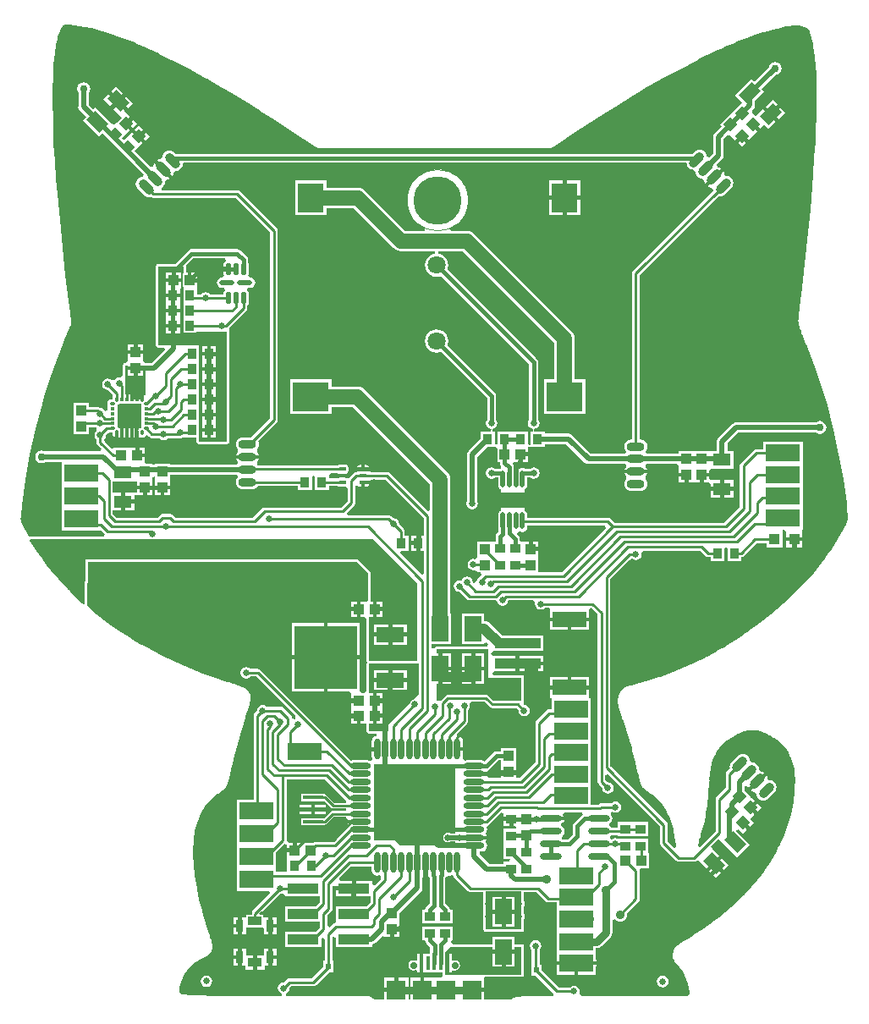
<source format=gbl>
G04 Layer_Physical_Order=2*
G04 Layer_Color=16711680*
%FSAX24Y24*%
%MOIN*%
G70*
G01*
G75*
%ADD10C,0.0010*%
%ADD11C,0.0150*%
%ADD14C,0.0276*%
%ADD19C,0.0100*%
%ADD20C,0.0400*%
%ADD21C,0.0200*%
%ADD22O,0.0200X0.0500*%
%ADD23C,0.0709*%
%ADD24C,0.0524*%
%ADD25O,0.0600X0.0200*%
%ADD26O,0.0700X0.0350*%
G04:AMPARAMS|DCode=27|XSize=70mil|YSize=35mil|CornerRadius=0mil|HoleSize=0mil|Usage=FLASHONLY|Rotation=45.000|XOffset=0mil|YOffset=0mil|HoleType=Round|Shape=Round|*
%AMOVALD27*
21,1,0.0350,0.0350,0.0000,0.0000,45.0*
1,1,0.0350,-0.0124,-0.0124*
1,1,0.0350,0.0124,0.0124*
%
%ADD27OVALD27*%

G04:AMPARAMS|DCode=28|XSize=70mil|YSize=35mil|CornerRadius=0mil|HoleSize=0mil|Usage=FLASHONLY|Rotation=135.000|XOffset=0mil|YOffset=0mil|HoleType=Round|Shape=Round|*
%AMOVALD28*
21,1,0.0350,0.0350,0.0000,0.0000,135.0*
1,1,0.0350,0.0124,-0.0124*
1,1,0.0350,-0.0124,0.0124*
%
%ADD28OVALD28*%

%ADD29C,0.0250*%
%ADD30C,0.1900*%
%ADD31C,0.0350*%
%ADD32C,0.0300*%
%ADD33R,0.0200X0.0240*%
%ADD34R,0.0135X0.0532*%
G04:AMPARAMS|DCode=35|XSize=15.7mil|YSize=25.6mil|CornerRadius=2mil|HoleSize=0mil|Usage=FLASHONLY|Rotation=90.000|XOffset=0mil|YOffset=0mil|HoleType=Round|Shape=RoundedRectangle|*
%AMROUNDEDRECTD35*
21,1,0.0157,0.0217,0,0,90.0*
21,1,0.0118,0.0256,0,0,90.0*
1,1,0.0039,0.0108,0.0059*
1,1,0.0039,0.0108,-0.0059*
1,1,0.0039,-0.0108,-0.0059*
1,1,0.0039,-0.0108,0.0059*
%
%ADD35ROUNDEDRECTD35*%
G04:AMPARAMS|DCode=36|XSize=13.5mil|YSize=25.6mil|CornerRadius=1.7mil|HoleSize=0mil|Usage=FLASHONLY|Rotation=90.000|XOffset=0mil|YOffset=0mil|HoleType=Round|Shape=RoundedRectangle|*
%AMROUNDEDRECTD36*
21,1,0.0135,0.0222,0,0,90.0*
21,1,0.0101,0.0256,0,0,90.0*
1,1,0.0034,0.0111,0.0051*
1,1,0.0034,0.0111,-0.0051*
1,1,0.0034,-0.0111,-0.0051*
1,1,0.0034,-0.0111,0.0051*
%
%ADD36ROUNDEDRECTD36*%
%ADD37R,0.0354X0.0394*%
%ADD38R,0.0433X0.0433*%
%ADD39R,0.0669X0.0984*%
%ADD40R,0.0394X0.0394*%
%ADD41R,0.0748X0.0748*%
%ADD42R,0.0394X0.0354*%
%ADD43R,0.0394X0.0394*%
G04:AMPARAMS|DCode=44|XSize=11.8mil|YSize=17.7mil|CornerRadius=0mil|HoleSize=0mil|Usage=FLASHONLY|Rotation=270.000|XOffset=0mil|YOffset=0mil|HoleType=Round|Shape=Octagon|*
%AMOCTAGOND44*
4,1,8,0.0089,0.0030,0.0089,-0.0030,0.0059,-0.0059,-0.0059,-0.0059,-0.0089,-0.0030,-0.0089,0.0030,-0.0059,0.0059,0.0059,0.0059,0.0089,0.0030,0.0*
%
%ADD44OCTAGOND44*%

%ADD45R,0.0177X0.0118*%
%ADD46R,0.0118X0.0177*%
G04:AMPARAMS|DCode=47|XSize=11.8mil|YSize=17.7mil|CornerRadius=0mil|HoleSize=0mil|Usage=FLASHONLY|Rotation=180.000|XOffset=0mil|YOffset=0mil|HoleType=Round|Shape=Octagon|*
%AMOCTAGOND47*
4,1,8,0.0030,-0.0089,-0.0030,-0.0089,-0.0059,-0.0059,-0.0059,0.0059,-0.0030,0.0089,0.0030,0.0089,0.0059,0.0059,0.0059,-0.0059,0.0030,-0.0089,0.0*
%
%ADD47OCTAGOND47*%

%ADD48R,0.0827X0.0157*%
%ADD49R,0.0551X0.0374*%
%ADD50R,0.0295X0.0453*%
%ADD51O,0.0177X0.0669*%
%ADD52R,0.0744X0.0618*%
%ADD53R,0.1350X0.0700*%
%ADD54R,0.1024X0.1181*%
%ADD55R,0.1417X0.1181*%
%ADD56R,0.1240X0.0394*%
%ADD57O,0.0236X0.0807*%
%ADD58O,0.0807X0.0236*%
%ADD59O,0.0866X0.0236*%
%ADD60R,0.1102X0.0591*%
%ADD61R,0.2480X0.2480*%
G04:AMPARAMS|DCode=62|XSize=70.9mil|YSize=51.2mil|CornerRadius=0mil|HoleSize=0mil|Usage=FLASHONLY|Rotation=315.000|XOffset=0mil|YOffset=0mil|HoleType=Round|Shape=Rectangle|*
%AMROTATEDRECTD62*
4,1,4,-0.0432,0.0070,-0.0070,0.0432,0.0432,-0.0070,0.0070,-0.0432,-0.0432,0.0070,0.0*
%
%ADD62ROTATEDRECTD62*%

G04:AMPARAMS|DCode=63|XSize=70.9mil|YSize=51.2mil|CornerRadius=0mil|HoleSize=0mil|Usage=FLASHONLY|Rotation=225.000|XOffset=0mil|YOffset=0mil|HoleType=Round|Shape=Rectangle|*
%AMROTATEDRECTD63*
4,1,4,0.0070,0.0432,0.0432,0.0070,-0.0070,-0.0432,-0.0432,-0.0070,0.0070,0.0432,0.0*
%
%ADD63ROTATEDRECTD63*%

%ADD64R,0.0709X0.0512*%
%ADD65P,0.0557X4X360.0*%
%ADD66P,0.0557X4X270.0*%
%ADD67R,0.1339X0.0630*%
%ADD68R,0.1811X0.0394*%
%ADD69C,0.0600*%
%ADD70C,0.0180*%
%ADD71C,0.0300*%
%ADD72R,0.2400X0.0600*%
%ADD73R,0.0550X0.1600*%
G36*
X026796Y015420D02*
X026813Y015335D01*
X026861Y015263D01*
X026933Y015215D01*
X027018Y015198D01*
X027080Y015210D01*
X027138Y015179D01*
X027150Y015123D01*
X027144Y015061D01*
X026912Y014829D01*
X026820Y014867D01*
Y014997D01*
X026175D01*
Y014700D01*
Y014403D01*
X026747D01*
Y014163D01*
X026581Y013997D01*
X025380D01*
Y013403D01*
X025321Y013328D01*
X025292Y013308D01*
X025153Y013169D01*
X025053Y013211D01*
Y013637D01*
X025208Y013792D01*
X025241Y013841D01*
X025253Y013900D01*
Y014777D01*
X025280Y014797D01*
X025322Y014775D01*
X026025D01*
Y014997D01*
X025544D01*
X025506Y015089D01*
X025969Y015553D01*
X026796D01*
Y015420D01*
D02*
G37*
G36*
X031400Y023000D02*
X032700D01*
Y022124D01*
X032665Y022089D01*
X031568Y022091D01*
X031379Y022279D01*
X031343Y022304D01*
X031300Y022312D01*
X031300Y022312D01*
X029800D01*
X029800Y022312D01*
X029757Y022304D01*
X029721Y022279D01*
X029721Y022279D01*
X029535Y022094D01*
X029350Y022094D01*
Y022756D01*
X029425D01*
Y023348D01*
Y023940D01*
X029350D01*
Y024126D01*
X031400D01*
X031400Y023000D01*
D02*
G37*
G36*
X036031Y028897D02*
X034287Y027153D01*
X033347D01*
Y027668D01*
X033347Y027732D01*
X033347Y027832D01*
Y027990D01*
X033050D01*
Y028065D01*
X032975D01*
Y028362D01*
X032847D01*
X032747Y028362D01*
X032659Y028362D01*
X032628Y028450D01*
X032615Y028518D01*
X032576Y028576D01*
X032576Y028576D01*
X032523Y028629D01*
X032546Y028726D01*
X032637Y028765D01*
X032660Y028750D01*
X032734Y028735D01*
X032807Y028750D01*
X032870Y028791D01*
X032912Y028854D01*
X032926Y028927D01*
Y028997D01*
X035989D01*
X036031Y028897D01*
D02*
G37*
G36*
X017203Y035300D02*
Y035260D01*
X017500D01*
X017797D01*
Y035300D01*
X017900D01*
X017900Y034135D01*
X017854Y034116D01*
X017822Y034148D01*
X017817D01*
Y033959D01*
X017667D01*
Y034148D01*
X017620D01*
Y033959D01*
X017470D01*
Y034148D01*
X017423D01*
Y033959D01*
X017273D01*
Y034148D01*
X017100D01*
X017100Y035300D01*
X017203D01*
D02*
G37*
G36*
X021516Y030922D02*
X021521Y030900D01*
X021516Y030880D01*
X021485Y030839D01*
X021457Y030772D01*
X021448Y030700D01*
X021457Y030628D01*
X021485Y030561D01*
X021529Y030504D01*
X021586Y030460D01*
X021653Y030432D01*
X021725Y030423D01*
X022075D01*
X022147Y030432D01*
X022214Y030460D01*
X022271Y030504D01*
X022304Y030547D01*
X023888D01*
Y030403D01*
X024443D01*
Y030914D01*
X024500Y030947D01*
X024557Y030914D01*
Y030403D01*
X025112D01*
Y030541D01*
X025463D01*
X025491Y030522D01*
X025538Y030513D01*
X025755D01*
X025843Y030445D01*
X025847Y030437D01*
Y029963D01*
X025587Y029703D01*
X022574D01*
X022516Y029691D01*
X022466Y029658D01*
X022111Y029303D01*
X019063D01*
X018974Y029392D01*
X018925Y029425D01*
X018866Y029437D01*
X018550D01*
X018491Y029425D01*
X018442Y029392D01*
X018353Y029303D01*
X016763D01*
X016603Y029463D01*
Y029573D01*
X016925D01*
Y029929D01*
Y030285D01*
X016603D01*
Y030715D01*
X017453D01*
X017454Y030715D01*
X017553Y030712D01*
Y030560D01*
X017850D01*
X018147D01*
Y030718D01*
X018147Y030782D01*
X018147Y030882D01*
X018247Y030924D01*
X018253Y030917D01*
X018253Y030818D01*
X018253Y030718D01*
Y030560D01*
X018550D01*
X018847D01*
Y030718D01*
X018847Y030782D01*
X018847Y030882D01*
Y030988D01*
X021485D01*
X021516Y030922D01*
D02*
G37*
G36*
X026648Y027108D02*
Y026069D01*
X026582Y025997D01*
X026518Y025997D01*
X026360D01*
Y025700D01*
Y025403D01*
X026498D01*
X026598Y025310D01*
X026598Y023653D01*
X026606Y023614D01*
X026614Y023601D01*
X026606Y023589D01*
X026598Y023550D01*
X026598Y022490D01*
X026498Y022397D01*
X026409D01*
X026335Y022460D01*
X026335Y022497D01*
Y023725D01*
X025069D01*
Y022460D01*
X025914D01*
X025988Y022397D01*
X025988Y022360D01*
Y022175D01*
X026285D01*
Y022025D01*
X025988D01*
Y021897D01*
X025988Y021803D01*
X025988Y021703D01*
Y021575D01*
X026285D01*
Y021500D01*
X026360D01*
Y021203D01*
X026498D01*
X026582Y021203D01*
X026598Y021110D01*
Y020900D01*
X026606Y020861D01*
X026628Y020828D01*
X026661Y020806D01*
X026700Y020798D01*
X026989D01*
X026999Y020698D01*
X026933Y020685D01*
X026861Y020637D01*
X026813Y020565D01*
X026796Y020480D01*
Y020269D01*
X027018D01*
Y020119D01*
X026796D01*
Y019909D01*
X026813Y019824D01*
X026836Y019789D01*
X026770Y019719D01*
X026741Y019716D01*
X026719Y019730D01*
X026634Y019747D01*
X026063D01*
X025985Y019732D01*
X022417Y023299D01*
X022367Y023332D01*
X022309Y023344D01*
X022018D01*
X022012Y023353D01*
X021938Y023403D01*
X021850Y023421D01*
X021762Y023403D01*
X021688Y023353D01*
X021638Y023279D01*
X021621Y023191D01*
X021638Y023103D01*
X021688Y023029D01*
X021762Y022979D01*
X021850Y022962D01*
X021938Y022979D01*
X022012Y023029D01*
X022018Y023038D01*
X022245D01*
X023795Y021489D01*
X023779Y021381D01*
X023753Y021367D01*
X023703Y021383D01*
X023649Y021420D01*
X023641Y021459D01*
X023608Y021508D01*
X023308Y021808D01*
X023259Y021841D01*
X023200Y021853D01*
X022668D01*
X022662Y021862D01*
X022588Y021912D01*
X022500Y021929D01*
X022412Y021912D01*
X022338Y021862D01*
X022288Y021788D01*
X022271Y021700D01*
X022273Y021689D01*
X022192Y021608D01*
X022159Y021559D01*
X022147Y021500D01*
Y018200D01*
X021475D01*
Y017300D01*
Y016400D01*
Y015500D01*
Y014600D01*
X022753D01*
X022791Y014508D01*
X022092Y013808D01*
X022080Y013790D01*
X022101Y013750D01*
X022096Y013743D01*
X022088Y013700D01*
X022056Y013664D01*
X021864D01*
Y013589D01*
X021847Y013546D01*
X021824Y013546D01*
D01*
X021675D01*
Y013220D01*
Y012894D01*
X021847D01*
Y013127D01*
Y013130D01*
X021848D01*
X021864Y013170D01*
X021897Y013170D01*
X022503D01*
X022536Y013170D01*
X022552Y013130D01*
X022553D01*
Y013127D01*
Y012894D01*
X022725D01*
Y013220D01*
Y013308D01*
Y013546D01*
X022576D01*
Y013546D01*
X022553D01*
X022536Y013589D01*
Y013664D01*
X022388D01*
X022369Y013710D01*
X022459Y013800D01*
X022516D01*
X023189Y014473D01*
X023200Y014471D01*
X023280Y014486D01*
X023292Y014485D01*
X023380Y014429D01*
Y014403D01*
X024747D01*
Y014163D01*
X024581Y013997D01*
X023380D01*
Y013403D01*
X024747D01*
Y013163D01*
X024581Y012997D01*
X023380D01*
Y012403D01*
X024820D01*
Y012734D01*
X024847Y012752D01*
X024947Y012698D01*
Y011840D01*
X024900D01*
Y011616D01*
X024437Y011153D01*
X023560D01*
X023501Y011141D01*
X023452Y011108D01*
X023341Y010997D01*
X023330Y010999D01*
X023242Y010982D01*
X023168Y010932D01*
X023118Y010858D01*
X023101Y010770D01*
X023118Y010682D01*
X023168Y010608D01*
X023242Y010558D01*
X023253Y010556D01*
X023243Y010456D01*
X022524Y010457D01*
X021477Y010461D01*
X020624Y010466D01*
X019987Y010471D01*
X019585Y010478D01*
X019580Y010478D01*
X019579Y010478D01*
X019577Y010478D01*
X019573Y010478D01*
X019573Y010478D01*
X019563Y010477D01*
X019551Y010478D01*
X019477Y010511D01*
X019386Y010524D01*
X019274Y010526D01*
X019204Y010627D01*
X019208Y010660D01*
X019228Y010758D01*
X019260Y010915D01*
X019285Y010989D01*
X019315Y011077D01*
X019348Y011163D01*
X019367Y011208D01*
X019372Y011217D01*
X019372Y011217D01*
X019414Y011306D01*
X019460Y011380D01*
X019511Y011463D01*
X019511Y011463D01*
X019513Y011466D01*
X019573Y011538D01*
X019648Y011626D01*
X019799Y011755D01*
X019925Y011832D01*
X020013Y011877D01*
X020013Y011877D01*
X020099Y011924D01*
X020159Y011953D01*
X020174Y011961D01*
X020174Y011961D01*
X020187Y011970D01*
X020197Y011976D01*
X020197Y011976D01*
X020207Y011982D01*
X020228Y011995D01*
X020228Y011995D01*
X020284Y012032D01*
X020324Y012060D01*
X020324Y012060D01*
X020326Y012062D01*
X020407Y012125D01*
X020471Y012208D01*
X020512Y012305D01*
X020525Y012410D01*
X020512Y012509D01*
X020512D01*
X020507Y012534D01*
X020503Y012545D01*
X020501Y012554D01*
X020489Y012595D01*
X020489Y012595D01*
X020489Y012596D01*
X020488Y012600D01*
X020474Y012648D01*
X020473Y012650D01*
X020472Y012652D01*
X020456Y012707D01*
X020455Y012708D01*
X020455Y012709D01*
X020436Y012769D01*
X020435Y012771D01*
X020435Y012772D01*
X020414Y012836D01*
X020413Y012838D01*
X020413Y012839D01*
X020368Y012976D01*
X020317Y013131D01*
X020291Y013212D01*
X020263Y013308D01*
X020263Y013308D01*
X020157Y013651D01*
X020154Y013673D01*
X020136Y013737D01*
X020110Y013834D01*
X020110Y013834D01*
X019999Y014266D01*
X019876Y014882D01*
X019832Y015197D01*
X019832Y015197D01*
X019832D01*
X019828Y015199D01*
X019777Y015679D01*
X019773Y015794D01*
X019774Y015794D01*
X019774D01*
X019770Y015893D01*
X019761Y016114D01*
X019770Y016336D01*
X019770Y016336D01*
X019774Y016435D01*
X019779Y016543D01*
X019802Y016721D01*
X019816Y016819D01*
X019816Y016819D01*
X019837Y016962D01*
X019907Y017242D01*
X019911Y017244D01*
X019911D01*
X019946Y017368D01*
X020047Y017611D01*
X020050Y017612D01*
X020050D01*
X020050Y017612D01*
X020127Y017769D01*
X020180Y017848D01*
X020233Y017926D01*
X020291Y018007D01*
X020443Y018181D01*
X020633Y018348D01*
X020730Y018413D01*
X020730Y018413D01*
X020758Y018432D01*
X020830Y018485D01*
X020832Y018486D01*
X020832Y018486D01*
X020870Y018514D01*
X020915Y018550D01*
X020959Y018588D01*
X020960Y018589D01*
X020965Y018596D01*
X021048Y018697D01*
X021067Y018732D01*
X021084Y018764D01*
X021091Y018773D01*
X021113Y018818D01*
X021110Y018819D01*
X021153Y018923D01*
X021155Y018929D01*
X021160Y018946D01*
X021160Y018947D01*
X021161Y018948D01*
X021184Y019025D01*
X021188Y019036D01*
X021191Y019052D01*
X021216Y019149D01*
X021222Y019171D01*
X021227Y019197D01*
X021227Y019198D01*
X021268Y019374D01*
X021268Y019374D01*
X021268Y019375D01*
X021319Y019597D01*
X021319Y019601D01*
X021397Y019920D01*
X021397Y019920D01*
X021397Y019920D01*
X021418Y020018D01*
X021524Y020401D01*
X021524Y020401D01*
X021524Y020401D01*
X021523Y020403D01*
X021572Y020575D01*
X021627Y020760D01*
X021688Y020961D01*
X021755Y021182D01*
X021831Y021425D01*
X021836Y021449D01*
X021896Y021638D01*
X021896Y021638D01*
X021896Y021638D01*
X021897Y021640D01*
X021924Y021735D01*
X021924Y021738D01*
X021925Y021740D01*
X021949Y021828D01*
X021950Y021830D01*
X021951Y021833D01*
X021967Y021894D01*
X021971Y021912D01*
X021984Y021971D01*
X021987Y021977D01*
X021993Y022007D01*
X021997Y022027D01*
X021999Y022033D01*
X021999Y022033D01*
X021999Y022034D01*
X022007Y022077D01*
X022009Y022087D01*
X022009Y022087D01*
X022014Y022109D01*
X022014Y022109D01*
X022014Y022109D01*
X022016Y022124D01*
X022014Y022125D01*
X022016Y022148D01*
X022021Y022182D01*
X022020Y022187D01*
X022024Y022215D01*
X022009Y022324D01*
X021967Y022427D01*
X021960Y022435D01*
X021960Y022435D01*
X021902Y022510D01*
X021819Y022575D01*
X021790Y022586D01*
X021778Y022593D01*
X021777Y022594D01*
X021774Y022595D01*
X021743Y022612D01*
X021711Y022621D01*
X021686Y022632D01*
X021670Y022640D01*
X021616Y022660D01*
X021614Y022660D01*
X021612Y022661D01*
X021546Y022684D01*
X021545Y022684D01*
X021543Y022685D01*
X021468Y022711D01*
X021467Y022711D01*
X021466Y022712D01*
X021383Y022740D01*
X021382Y022740D01*
X021381Y022740D01*
X021291Y022770D01*
X021289Y022770D01*
X021288Y022771D01*
X021186Y022804D01*
X021092Y022835D01*
X021092Y022835D01*
X021092Y022835D01*
X020832Y022915D01*
X020055Y023196D01*
X019293Y023512D01*
X018546Y023862D01*
X017896Y024205D01*
X017809Y024254D01*
X017809Y024254D01*
X017660Y024335D01*
X017395Y024498D01*
X017395Y024498D01*
X017310Y024550D01*
X017085Y024688D01*
X017003Y024745D01*
X016921Y024799D01*
X016718Y024936D01*
X016637Y024994D01*
X016637Y024994D01*
X016534Y025065D01*
X015969Y025498D01*
X015576Y025834D01*
X015576Y025835D01*
X015585Y025850D01*
X015595Y025864D01*
X015595Y025867D01*
X015597Y025869D01*
X015600Y025886D01*
X015603Y025903D01*
X015621Y027548D01*
X026208D01*
X026648Y027108D01*
D02*
G37*
G36*
X032700Y013087D02*
X031300Y013087D01*
X031300Y014588D01*
X032700D01*
X032700Y013087D01*
D02*
G37*
G36*
X021047Y039422D02*
X021006Y039394D01*
X020962Y039328D01*
X020946Y039250D01*
Y039175D01*
X021150D01*
Y039025D01*
X020946D01*
Y038950D01*
X020962Y038872D01*
X020974Y038854D01*
X020920Y038754D01*
X020900D01*
X020822Y038738D01*
X020756Y038694D01*
X020712Y038628D01*
X020696Y038550D01*
X020712Y038472D01*
X020756Y038406D01*
X020822Y038362D01*
X020900Y038346D01*
X020978D01*
X021009Y038246D01*
X021006Y038244D01*
X020962Y038178D01*
X020947Y038103D01*
X020418D01*
X020412Y038112D01*
X020338Y038162D01*
X020250Y038179D01*
X020162Y038162D01*
X020088Y038112D01*
X020082Y038103D01*
X019912D01*
Y038347D01*
X019912D01*
X019912Y038353D01*
X019912D01*
Y038575D01*
X019615D01*
Y038650D01*
X019540D01*
Y038947D01*
X019502D01*
Y039200D01*
X019494Y039239D01*
X019493Y039241D01*
X019774Y039522D01*
X021017D01*
X021047Y039422D01*
D02*
G37*
G36*
X032700Y011300D02*
X029690D01*
Y011384D01*
X029700D01*
Y011750D01*
Y012116D01*
X029690D01*
Y012193D01*
X029899Y012401D01*
X031565D01*
Y012275D01*
X032000D01*
X032435D01*
Y012401D01*
X032700D01*
Y011300D01*
D02*
G37*
G36*
X028847Y029287D02*
Y028597D01*
X028710D01*
Y028300D01*
Y028003D01*
X028847D01*
Y027100D01*
X028755Y027062D01*
X027906Y027911D01*
X027944Y028003D01*
X028243D01*
Y028597D01*
X028103D01*
Y028750D01*
X028091Y028809D01*
X028058Y028858D01*
X027877Y029039D01*
X027879Y029050D01*
X027862Y029138D01*
X027812Y029212D01*
X027738Y029262D01*
X027650Y029279D01*
X027639Y029277D01*
X027558Y029358D01*
X027509Y029391D01*
X027450Y029403D01*
X025861D01*
X025819Y029503D01*
X026108Y029792D01*
X026141Y029841D01*
X026153Y029900D01*
Y030537D01*
X026253Y030567D01*
X026258Y030559D01*
X026297Y030533D01*
X026342Y030524D01*
X026379D01*
Y030694D01*
X026454D01*
Y030769D01*
X026726D01*
X026775Y030797D01*
X027337D01*
X028847Y029287D01*
D02*
G37*
G36*
X032003Y017645D02*
Y017510D01*
X032300D01*
Y017435D01*
X032375D01*
Y017157D01*
X032469D01*
X032499Y017099D01*
X032458Y017043D01*
X032003D01*
Y016488D01*
X032003D01*
X032003Y016412D01*
X032003D01*
Y015857D01*
X032249D01*
X032259Y015843D01*
X032205Y015743D01*
X032003D01*
Y015669D01*
X031419D01*
X031041Y016047D01*
Y016153D01*
X031123D01*
X031208Y016170D01*
X031280Y016218D01*
X031328Y016290D01*
X031345Y016375D01*
X031328Y016460D01*
X031280Y016532D01*
X031328Y016605D01*
X031330Y016615D01*
X030837D01*
Y016765D01*
X031330D01*
X031328Y016775D01*
X031280Y016847D01*
X031328Y016920D01*
X031345Y017005D01*
X031332Y017072D01*
X031329Y017092D01*
X031379Y017179D01*
X031428Y017212D01*
X031903Y017687D01*
X032003Y017645D01*
D02*
G37*
G36*
X025761Y018203D02*
X025751Y018179D01*
X025780Y018150D01*
Y018062D01*
X025326D01*
X025037Y018352D01*
X025000Y018376D01*
X024958Y018385D01*
X024953Y018411D01*
X024007D01*
Y018134D01*
X024938D01*
X025201Y017871D01*
X025201Y017871D01*
X025237Y017846D01*
X025280Y017838D01*
X025780D01*
X025780Y017747D01*
X025265D01*
X025265Y017747D01*
X025222Y017739D01*
X025186Y017714D01*
X025186Y017714D01*
X024938Y017466D01*
X024007D01*
Y017189D01*
X024953D01*
X024958Y017215D01*
X025000Y017224D01*
X025037Y017248D01*
X025312Y017523D01*
X025780D01*
Y017482D01*
X025789D01*
X025813Y017456D01*
X025846Y017395D01*
X026349D01*
Y017245D01*
X025856D01*
X025858Y017235D01*
X025906Y017163D01*
X025848Y017084D01*
X025307Y016543D01*
X024585D01*
X024526Y016531D01*
X024477Y016498D01*
X024476Y016497D01*
X024162D01*
X024098Y016497D01*
Y016497D01*
X024062D01*
Y016497D01*
X023840D01*
Y016200D01*
X023765D01*
Y016125D01*
X023468D01*
Y015903D01*
X023468Y015903D01*
X023468Y015897D01*
X023468D01*
X023468Y015803D01*
Y015353D01*
X023025D01*
Y015500D01*
Y016109D01*
X023368Y016452D01*
X023468Y016410D01*
Y016275D01*
X023690D01*
Y016497D01*
X023527D01*
X023520Y016500D01*
X023451Y016590D01*
X023453Y016600D01*
Y018997D01*
X024967D01*
X025761Y018203D01*
D02*
G37*
G36*
X028600Y026700D02*
X028600Y025250D01*
X028600D01*
X028600Y023653D01*
X026700Y023653D01*
X026700Y025403D01*
X026840D01*
Y025700D01*
Y025997D01*
X026750D01*
Y027150D01*
X026250Y027650D01*
X015520D01*
X015501Y025904D01*
X015456Y025884D01*
X015400Y025931D01*
X014905Y026401D01*
X014871Y026438D01*
X014871Y026438D01*
X014870Y026439D01*
X014836Y026473D01*
X014448Y026882D01*
X014155Y027229D01*
X014155Y027230D01*
Y027230D01*
X014000Y027417D01*
X013841Y027632D01*
X013841Y027632D01*
X013811Y027672D01*
X013583Y027991D01*
X013572Y028009D01*
X013569Y028016D01*
X013569Y028016D01*
X013556Y028034D01*
X013530Y028076D01*
X013333Y028394D01*
X013324Y028410D01*
X013342Y028449D01*
X013353Y028458D01*
X026842Y028458D01*
X028600Y026700D01*
D02*
G37*
G36*
X014803Y048718D02*
X014903Y048713D01*
X015298Y048666D01*
X015766Y048573D01*
X015972Y048515D01*
X016068Y048488D01*
X016068Y048488D01*
X016330Y048415D01*
X016684Y048292D01*
X016777Y048260D01*
X016871Y048227D01*
X017447Y048005D01*
X017558Y047956D01*
D01*
X017558Y047956D01*
X017649Y047916D01*
X018238Y047657D01*
X018410Y047572D01*
X018410Y047572D01*
X018502Y047531D01*
X019243Y047157D01*
X019331Y047110D01*
X019331Y047110D01*
X019585Y046980D01*
X020232Y046620D01*
X020319Y046571D01*
X020319Y046571D01*
X020682Y046369D01*
X021288Y046007D01*
X021373Y045956D01*
X021373Y045956D01*
X021374Y045956D01*
X021779Y045715D01*
X022409Y045318D01*
X022493Y045264D01*
X022493Y045265D01*
X022494Y045265D01*
X022872Y045029D01*
X023678Y044497D01*
X023678Y044498D01*
X023679Y044498D01*
X024548Y043923D01*
X024559Y043917D01*
X024569Y043910D01*
X024606Y043894D01*
X024642Y043877D01*
X024654Y043874D01*
X024666Y043869D01*
X024706Y043864D01*
X024746Y043856D01*
X024758Y043857D01*
X024770Y043856D01*
X033762D01*
X033773Y043857D01*
X033785Y043856D01*
X033825Y043864D01*
X033866Y043869D01*
X033877Y043874D01*
X033888Y043876D01*
X033925Y043894D01*
X033963Y043910D01*
X033973Y043917D01*
X033983Y043922D01*
X034937Y044548D01*
X036012Y045244D01*
X036506Y045555D01*
X036978Y045846D01*
X037434Y046119D01*
X037452Y046133D01*
X037462Y046140D01*
X038301Y046618D01*
X038303Y046617D01*
X038303Y046617D01*
X038303Y046617D01*
X038876Y046936D01*
X039581Y047298D01*
X039581Y047298D01*
X039669Y047345D01*
X040409Y047704D01*
X040618Y047795D01*
X040618Y047797D01*
X040714Y047842D01*
X041103Y048003D01*
X041103Y048003D01*
X041194Y048044D01*
X041470Y048150D01*
X041562Y048185D01*
X041655Y048221D01*
X041900Y048308D01*
X041994Y048340D01*
X041994Y048340D01*
X042224Y048420D01*
X042399Y048468D01*
X042399Y048468D01*
X042571Y048520D01*
X042774Y048567D01*
X042871Y048591D01*
X043117Y048640D01*
X043216Y048657D01*
X043427Y048685D01*
X043525Y048693D01*
X043638Y048700D01*
X043966Y048596D01*
X044014Y048508D01*
X044040Y048442D01*
X044044Y048427D01*
X044044Y048427D01*
X044078Y048333D01*
X044125Y048172D01*
X044146Y048075D01*
X044173Y047956D01*
X044190Y047858D01*
X044190Y047858D01*
X044225Y047664D01*
X044244Y047481D01*
X044244D01*
X044256Y047382D01*
X044278Y047144D01*
X044286Y047044D01*
X044286Y047044D01*
X044307Y046777D01*
X044313Y046551D01*
X044313D01*
X044316Y046451D01*
X044324Y046103D01*
X044325Y046008D01*
X044325Y046006D01*
X044325Y046003D01*
Y046003D01*
X044325Y046003D01*
X044325Y046003D01*
X044328Y045904D01*
X044329Y045849D01*
X044322Y045503D01*
X044320Y045404D01*
X044320D01*
X044320Y045404D01*
X044318Y045304D01*
X044311Y044905D01*
X044303Y044754D01*
X044301Y044754D01*
X044275Y044105D01*
X044235Y043496D01*
X044235D01*
X044236Y043494D01*
X044192Y042829D01*
X044079Y041435D01*
X044079Y041433D01*
X043935Y039931D01*
X043716Y038064D01*
X043689Y037871D01*
X043686Y037859D01*
X043649Y037562D01*
X043649Y037561D01*
X043649Y037559D01*
X043638Y037468D01*
X043638Y037467D01*
X043638Y037466D01*
X043629Y037381D01*
X043629Y037380D01*
X043628Y037379D01*
X043620Y037302D01*
X043620Y037300D01*
X043620Y037299D01*
X043613Y037231D01*
X043614Y037229D01*
X043613Y037227D01*
X043608Y037171D01*
X043608Y037171D01*
X043608Y037165D01*
X043604Y037095D01*
X043603Y037092D01*
X043602Y037067D01*
X043602Y037063D01*
X043608Y037020D01*
Y037020D01*
X043608Y037019D01*
X043616Y036941D01*
X043629Y036887D01*
X043632Y036873D01*
X043632Y036873D01*
X043646Y036826D01*
X043652Y036804D01*
X043659Y036783D01*
X043668Y036756D01*
X043676Y036736D01*
X043704Y036646D01*
X043736Y036557D01*
X043737Y036555D01*
X043737Y036552D01*
X043773Y036457D01*
X043773Y036454D01*
X043781Y036433D01*
X043810Y036362D01*
X043852Y036261D01*
X043857Y036239D01*
X043901Y036133D01*
X043911Y036115D01*
X044225Y035309D01*
X044514Y034456D01*
X044540Y034366D01*
X044541Y034359D01*
X044541Y034359D01*
X044545Y034343D01*
X044574Y034249D01*
X044738Y033705D01*
X044987Y032752D01*
X045199Y031789D01*
X045372Y030818D01*
X045507Y029842D01*
X045512Y029787D01*
X045512Y029770D01*
X045570Y029249D01*
X045517Y029119D01*
X045515Y029118D01*
X045475Y029027D01*
X045454Y028984D01*
X045421Y028920D01*
X045390Y028861D01*
X045343Y028773D01*
X045343D01*
X045343Y028773D01*
X045166Y028460D01*
X045166Y028460D01*
X045166Y028460D01*
Y028460D01*
X044919Y028063D01*
X044757Y027837D01*
X044699Y027757D01*
X044640Y027676D01*
X044417Y027380D01*
X044206Y027130D01*
X044141Y027054D01*
X044141Y027054D01*
X043998Y026884D01*
X043528Y026387D01*
X043032Y025918D01*
X042510Y025477D01*
X042100Y025169D01*
X042100Y025169D01*
X042100Y025169D01*
X042100Y025168D01*
X041957Y025064D01*
X041957Y025064D01*
X041957Y025064D01*
X041661Y024849D01*
X041660Y024849D01*
X041660Y024849D01*
X041593Y024800D01*
X041593Y024800D01*
X041593Y024800D01*
X041531Y024755D01*
X041531Y024755D01*
X041531Y024755D01*
X041507Y024737D01*
X041429Y024683D01*
X041429Y024683D01*
X041352Y024627D01*
X041156Y024487D01*
X040764Y024243D01*
X040677Y024194D01*
X040596Y024149D01*
X040399Y024038D01*
X040395Y024036D01*
X040240Y023954D01*
X040164Y023915D01*
X040162Y023914D01*
X040073Y023870D01*
X039989Y023824D01*
X039888Y023769D01*
X039215Y023448D01*
X038579Y023185D01*
X038485Y023152D01*
X038485Y023152D01*
X038175Y023033D01*
X038095Y023006D01*
X038088Y023005D01*
X037598Y022851D01*
X037577Y022841D01*
X037206Y022738D01*
X037206Y022738D01*
Y022738D01*
X037114Y022713D01*
X037022Y022691D01*
X036958Y022678D01*
X036899Y022666D01*
X036899Y022666D01*
X036883Y022660D01*
X036768Y022612D01*
X036657Y022526D01*
X036586Y022434D01*
X036571Y022415D01*
X036545Y022351D01*
X036541Y022348D01*
X036524Y022301D01*
X036522Y022287D01*
X036508Y022241D01*
X036506Y022234D01*
X036497Y022143D01*
X036494Y022122D01*
X036494Y022118D01*
X036492Y022095D01*
X036498Y022033D01*
X036498Y022028D01*
X036502Y021994D01*
X036504Y021976D01*
X036503Y021975D01*
X036505Y021941D01*
X036510Y021921D01*
X036510Y021921D01*
X036520Y021878D01*
X036530Y021827D01*
X036531Y021825D01*
X036531D01*
X036532Y021816D01*
X036533Y021813D01*
X036540Y021778D01*
X036540Y021777D01*
X036541Y021776D01*
X036541Y021776D01*
X036565Y021699D01*
X036565Y021697D01*
X036567Y021694D01*
X036571Y021681D01*
X036571Y021681D01*
X036587Y021635D01*
X036607Y021576D01*
X036608Y021571D01*
X036612Y021560D01*
X036619Y021540D01*
X036619Y021540D01*
X036651Y021444D01*
X036668Y021403D01*
X036668Y021403D01*
X036668Y021403D01*
X036717Y021274D01*
X036752Y021181D01*
X036766Y021136D01*
X036768Y021116D01*
X036772Y021108D01*
X036789Y021047D01*
X036806Y020995D01*
X036808Y020993D01*
X036808Y020991D01*
X036827Y020935D01*
X036828Y020934D01*
X036828Y020933D01*
X036849Y020874D01*
X036849Y020874D01*
X036849Y020874D01*
X036869Y020814D01*
X036889Y020757D01*
X036892Y020749D01*
X036922Y020654D01*
D01*
X036949Y020560D01*
X036958Y020525D01*
X036958Y020525D01*
X036958D01*
X036986Y020429D01*
X037010Y020340D01*
X037038Y020233D01*
X037067Y020122D01*
X037185Y019651D01*
X037264Y019325D01*
X037264Y019325D01*
X037264Y019325D01*
X037288Y019227D01*
X037288Y019227D01*
X037288Y019227D01*
X037310Y019138D01*
X037310Y019138D01*
X037310Y019138D01*
X037329Y019059D01*
X037329Y019059D01*
X037329Y019059D01*
X037346Y018992D01*
X037346Y018992D01*
X037346Y018991D01*
X037359Y018938D01*
X037360Y018937D01*
X037360Y018936D01*
X037370Y018898D01*
X037375Y018882D01*
X037376Y018873D01*
X037390Y018841D01*
X037390Y018839D01*
X037423Y018759D01*
X037468Y018702D01*
X037468Y018702D01*
X037499Y018662D01*
X037506Y018654D01*
X037514Y018644D01*
X037515Y018643D01*
X037522Y018634D01*
X037531Y018624D01*
X037539Y018617D01*
X037558Y018599D01*
X037558Y018599D01*
X037563Y018596D01*
X037585Y018576D01*
X037585Y018576D01*
X037585Y018576D01*
X037651Y018521D01*
X037667Y018507D01*
X037768Y018440D01*
X037782Y018428D01*
X037781Y018426D01*
X037912Y018338D01*
X038096Y018176D01*
X038258Y017992D01*
X038394Y017788D01*
X038470Y017635D01*
X038510Y017544D01*
X038549Y017450D01*
X038549Y017450D01*
X038549D01*
X038584Y017357D01*
X038615Y017251D01*
X038615Y017251D01*
X038641Y017155D01*
X038672Y017034D01*
X038695Y016937D01*
X038716Y016798D01*
X038716Y016798D01*
X038734Y016704D01*
X038749Y016610D01*
X038760Y016553D01*
X038769Y016506D01*
X038769Y016504D01*
X038770Y016502D01*
X038774Y016481D01*
X038778Y016461D01*
X038778Y016461D01*
X038779Y016457D01*
X038779Y016456D01*
X038779Y016456D01*
X038786Y016422D01*
X038786Y016422D01*
X038797Y016381D01*
X038797Y016377D01*
X038797Y016377D01*
X038800Y016367D01*
X038802Y016359D01*
X038805Y016353D01*
X038720Y016296D01*
X038453Y016563D01*
Y017200D01*
X038441Y017259D01*
X038408Y017308D01*
X036203Y019513D01*
Y026887D01*
X036952Y027636D01*
X037038Y027688D01*
X037112Y027638D01*
X037200Y027621D01*
X037288Y027638D01*
X037362Y027688D01*
X037412Y027762D01*
X037429Y027850D01*
X037420Y027897D01*
X037483Y027997D01*
X039737D01*
X039942Y027792D01*
X039991Y027759D01*
X040050Y027747D01*
X040138D01*
Y027603D01*
X040693D01*
Y028083D01*
X040750Y028116D01*
X040807Y028083D01*
Y027603D01*
X041362D01*
Y027749D01*
X041409Y027759D01*
X041458Y027792D01*
X041963Y028297D01*
X042340D01*
Y028133D01*
X042973D01*
Y028750D01*
X042973Y028767D01*
X042997Y028816D01*
X043055D01*
X043127Y028726D01*
Y028525D01*
X043444D01*
X043760D01*
Y028756D01*
X043775Y028850D01*
X043775Y028860D01*
Y029700D01*
Y030550D01*
Y031400D01*
Y032300D01*
X042225D01*
Y032003D01*
X041950D01*
X041891Y031991D01*
X041842Y031958D01*
X041342Y031458D01*
X041309Y031409D01*
X041297Y031350D01*
Y029713D01*
X040687Y029103D01*
X036363D01*
X036208Y029258D01*
X036159Y029291D01*
X036100Y029303D01*
X032926D01*
Y029419D01*
X032912Y029493D01*
X032870Y029555D01*
X032853Y029568D01*
X032822Y029591D01*
X032822D01*
X032822Y029591D01*
Y029925D01*
X032350D01*
X031878D01*
Y029591D01*
X031878Y029591D01*
X031878D01*
X031848Y029568D01*
X031830Y029555D01*
X031810Y029525D01*
X031788Y029493D01*
X031774Y029419D01*
Y028927D01*
X031788Y028858D01*
Y028740D01*
X031724Y028676D01*
X031685Y028618D01*
X031672Y028550D01*
Y028362D01*
X031553D01*
X031553Y028362D01*
X031547D01*
Y028362D01*
X031453Y028362D01*
X030953D01*
Y027832D01*
X030953Y027768D01*
X030953D01*
Y027732D01*
X030874Y027681D01*
X030853Y027669D01*
X030800Y027679D01*
X030712Y027662D01*
X030638Y027612D01*
X030588Y027538D01*
X030571Y027450D01*
X030588Y027362D01*
X030638Y027288D01*
X030712Y027238D01*
X030800Y027221D01*
X030853Y027231D01*
X030953Y027171D01*
Y027138D01*
X031080D01*
X031122Y027038D01*
X031042Y026958D01*
X031030Y026940D01*
X030988Y026912D01*
X030938Y026838D01*
X030926Y026777D01*
X030853Y026737D01*
X030823Y026731D01*
X030777Y026763D01*
X030762Y026838D01*
X030712Y026912D01*
X030638Y026962D01*
X030550Y026979D01*
X030462Y026962D01*
X030388Y026912D01*
X030338Y026838D01*
X030333Y026813D01*
X030250Y026829D01*
X030162Y026812D01*
X030088Y026762D01*
X030038Y026688D01*
X030021Y026600D01*
X030038Y026512D01*
X030088Y026438D01*
X030162Y026388D01*
X030250Y026371D01*
X030261Y026373D01*
X030542Y026092D01*
X030591Y026059D01*
X030650Y026047D01*
X031627D01*
X031700Y026047D01*
X031738Y025962D01*
X031788Y025888D01*
X031862Y025838D01*
X031950Y025821D01*
X032038Y025838D01*
X032112Y025888D01*
X032162Y025962D01*
X032179Y026047D01*
X033167D01*
X033230Y025947D01*
X033221Y025900D01*
X033238Y025812D01*
X033288Y025738D01*
X033362Y025688D01*
X033450Y025671D01*
X033538Y025688D01*
X033612Y025738D01*
X033618Y025747D01*
X033739D01*
X033821Y025704D01*
X033821Y025647D01*
Y025364D01*
X035360D01*
Y025647D01*
X035360Y025691D01*
X035446Y025738D01*
X035697Y025487D01*
Y018900D01*
X035709Y018841D01*
X035742Y018792D01*
X035873Y018661D01*
X035871Y018650D01*
X035888Y018562D01*
X035938Y018488D01*
X036012Y018438D01*
X036100Y018421D01*
X036188Y018438D01*
X036262Y018488D01*
X036312Y018562D01*
X036329Y018650D01*
X036312Y018738D01*
X036262Y018812D01*
X036188Y018862D01*
X036100Y018879D01*
X036089Y018877D01*
X036003Y018963D01*
Y019150D01*
X036095Y019188D01*
X038147Y017137D01*
Y016500D01*
X038159Y016441D01*
X038192Y016392D01*
X038792Y015792D01*
X038841Y015759D01*
X038900Y015747D01*
X039500D01*
X039559Y015759D01*
X039608Y015792D01*
X039653Y015836D01*
X039724Y015766D01*
X039992Y015498D01*
X040243Y015749D01*
X040495Y016001D01*
X040227Y016269D01*
X040156Y016340D01*
X040460Y016644D01*
X040531Y016573D01*
X041173Y015931D01*
X041677Y016434D01*
X041153Y016958D01*
X041158Y016981D01*
X041266Y017014D01*
X041423Y016857D01*
X041580Y017014D01*
X041370Y017224D01*
X041476Y017330D01*
X041686Y017120D01*
X041843Y017277D01*
X041751Y017369D01*
X041723Y017457D01*
X041763Y017498D01*
X041880Y017614D01*
X041670Y017824D01*
X041723Y017877D01*
X041670Y017930D01*
X041880Y018140D01*
X041768Y018252D01*
X041723Y018297D01*
X041481Y018539D01*
Y018714D01*
X041500Y018731D01*
X041561Y018718D01*
X041610Y018694D01*
X041631Y018645D01*
X041943Y018957D01*
X042255Y019269D01*
X042192Y019296D01*
X042140Y019302D01*
X042085Y019340D01*
X042049Y019376D01*
X042040Y019448D01*
X042012Y019514D01*
X041968Y019572D01*
X041910Y019616D01*
X041844Y019644D01*
X041772Y019653D01*
X041701Y019724D01*
X041692Y019796D01*
X041664Y019862D01*
X041620Y019920D01*
X041562Y019964D01*
X041496Y019992D01*
X041424Y020001D01*
X041352Y019992D01*
X041285Y019964D01*
X041228Y019920D01*
X040980Y019672D01*
X040936Y019615D01*
X040908Y019548D01*
X040899Y019476D01*
X040906Y019422D01*
X040792Y019308D01*
X040759Y019259D01*
X040747Y019200D01*
Y018663D01*
X040392Y018308D01*
X040359Y018259D01*
X040347Y018200D01*
Y016963D01*
X039720Y016336D01*
X039635Y016393D01*
X039644Y016416D01*
X039648Y016441D01*
X039672Y016499D01*
X039683Y016539D01*
X039692Y016561D01*
X039693Y016574D01*
X039732Y016698D01*
X039738Y016712D01*
X039738Y016712D01*
X039742Y016721D01*
X039743Y016730D01*
X039765Y016808D01*
X039796Y016910D01*
X039796D01*
X039819Y017006D01*
X039852Y017124D01*
X039852D01*
X039856Y017139D01*
X039873Y017221D01*
X039940Y017534D01*
X039945Y017545D01*
X039949Y017570D01*
X039970Y017685D01*
X039991Y017781D01*
X039991Y017782D01*
X039991D01*
X040016Y017978D01*
X040016D01*
Y017978D01*
X040017Y017980D01*
X040023Y018028D01*
X040023Y018028D01*
X040023Y018030D01*
X040031Y018107D01*
X040037Y018134D01*
X040046Y018222D01*
X040046Y018223D01*
X040046Y018224D01*
X040055Y018319D01*
X040055Y018320D01*
X040055Y018321D01*
X040064Y018422D01*
X040064Y018424D01*
X040065Y018426D01*
X040097Y018843D01*
X040097Y018846D01*
X040098Y018848D01*
X040104Y018946D01*
X040103Y018969D01*
X040103Y018982D01*
X040122Y019174D01*
X040122D01*
X040130Y019267D01*
X040141Y019350D01*
X040151Y019417D01*
X040155Y019438D01*
X040166Y019501D01*
X040176Y019546D01*
X040176Y019546D01*
X040191Y019611D01*
X040221Y019705D01*
X040221Y019705D01*
X040261Y019822D01*
X040300Y019900D01*
X040342Y019987D01*
Y019987D01*
X040391Y020074D01*
X040437Y020143D01*
X040492Y020223D01*
X040492Y020223D01*
X040492Y020223D01*
X040626Y020376D01*
X040787Y020518D01*
X040793Y020522D01*
X040793Y020522D01*
X040844Y020557D01*
X040923Y020610D01*
Y020610D01*
X041007Y020663D01*
X041065Y020695D01*
Y020695D01*
X041065Y020695D01*
X041136Y020734D01*
X041225Y020778D01*
X041225Y020778D01*
X041305Y020819D01*
X041397Y020859D01*
X041432Y020873D01*
X041464Y020886D01*
X041516Y020901D01*
X041541Y020906D01*
X041575Y020913D01*
X041629Y020918D01*
X041668Y020920D01*
X041732Y020921D01*
X041796Y020921D01*
X041811Y020924D01*
X041822Y020924D01*
X041958Y020918D01*
Y020918D01*
X042015Y020913D01*
X042049Y020906D01*
X042083Y020899D01*
X042102Y020894D01*
X042113Y020891D01*
X042129Y020884D01*
X042196Y020858D01*
X042199Y020857D01*
X042289Y020815D01*
X042381Y020772D01*
X042399Y020766D01*
X042549Y020683D01*
X042632Y020635D01*
X042632D01*
X042662Y020615D01*
X042740Y020563D01*
X042740D01*
X042819Y020504D01*
X042925Y020411D01*
X042993Y020340D01*
X043108Y020206D01*
X043207Y020043D01*
X043207Y020043D01*
X043253Y019955D01*
X043267Y019926D01*
X043309Y019836D01*
X043361Y019712D01*
X043360Y019710D01*
X043360Y019710D01*
X043360Y019710D01*
X043396Y019604D01*
X043421Y019508D01*
X043421Y019508D01*
X043421Y019508D01*
X043445Y019388D01*
X043445Y019386D01*
X043459Y019292D01*
X043466Y019193D01*
X043467Y019170D01*
X043467D01*
X043467Y019170D01*
X043474Y019046D01*
X043474Y019042D01*
X043475Y019036D01*
X043476Y018951D01*
X043473Y018887D01*
X043466Y018722D01*
X043466Y018722D01*
X043460Y018570D01*
X043405Y018099D01*
X043312Y017635D01*
X043184Y017179D01*
X043020Y016734D01*
X042921Y016520D01*
X042880Y016431D01*
X042836Y016342D01*
X042709Y016089D01*
X042456Y015662D01*
X042297Y015433D01*
X042240Y015352D01*
X042240Y015352D01*
X042159Y015234D01*
X041977Y015008D01*
X041977Y015008D01*
X041898Y014907D01*
X041758Y014756D01*
D01*
X041691Y014683D01*
X041627Y014615D01*
X041627Y014615D01*
X041496Y014476D01*
X041488Y014469D01*
X041486Y014468D01*
X041480Y014459D01*
X041438Y014415D01*
X040948Y013952D01*
X040715Y013755D01*
Y013755D01*
X040714Y013754D01*
X040569Y013634D01*
X040569Y013634D01*
X040569Y013634D01*
X040492Y013570D01*
X040284Y013416D01*
Y013416D01*
X040283Y013414D01*
X040114Y013290D01*
X039932Y013161D01*
X039917Y013147D01*
X039897Y013132D01*
X039569Y012913D01*
Y012913D01*
X039568Y012911D01*
X039396Y012797D01*
X039234Y012692D01*
X039227Y012687D01*
X039097Y012609D01*
X039096Y012609D01*
X038987Y012544D01*
X038987Y012544D01*
X038984Y012542D01*
X038982Y012541D01*
X038978Y012538D01*
X038903Y012493D01*
X038902Y012492D01*
X038846Y012455D01*
X038847Y012452D01*
X038795Y012412D01*
X038731Y012329D01*
X038691Y012232D01*
X038686Y012192D01*
X038669Y012151D01*
X038659Y012077D01*
X038659Y012077D01*
X038656Y012056D01*
X038663Y012001D01*
X038664Y012000D01*
X038669Y011959D01*
X038690Y011908D01*
X038710Y011861D01*
X038731Y011826D01*
X038737Y011815D01*
X038737Y011815D01*
X038751Y011797D01*
X038760Y011782D01*
X038760Y011782D01*
X038774Y011766D01*
X038782Y011754D01*
X038793Y011741D01*
X038799Y011734D01*
X038847Y011677D01*
X038847Y011677D01*
X038869Y011651D01*
X038870Y011649D01*
X038909Y011604D01*
X038915Y011597D01*
X038941Y011564D01*
X038968Y011530D01*
X039007Y011478D01*
X039050Y011413D01*
X039093Y011344D01*
X039114Y011309D01*
X039136Y011268D01*
X039164Y011207D01*
X039203Y011114D01*
X039232Y011020D01*
X039234Y011014D01*
X039234Y011014D01*
X039247Y010969D01*
X039264Y010908D01*
D01*
X039292Y010811D01*
X039329Y010596D01*
X039334Y010551D01*
X039259Y010454D01*
X037063Y010452D01*
X037022Y010458D01*
X035038Y010456D01*
X034982Y010552D01*
X034983Y010555D01*
X034999Y010640D01*
X034982Y010728D01*
X034932Y010802D01*
X034858Y010852D01*
X034770Y010869D01*
X034682Y010852D01*
X034608Y010802D01*
X034602Y010793D01*
X034163D01*
X033480Y011476D01*
Y011700D01*
X033406D01*
Y012263D01*
X033415Y012269D01*
X033465Y012344D01*
X033482Y012432D01*
X033465Y012519D01*
X033415Y012594D01*
X033341Y012644D01*
X033253Y012661D01*
X033165Y012644D01*
X033091Y012594D01*
X033041Y012519D01*
X033024Y012432D01*
X033041Y012344D01*
X033091Y012269D01*
X033100Y012263D01*
Y011700D01*
X033080D01*
Y011260D01*
X033264D01*
X033969Y010554D01*
X033941Y010465D01*
X033932Y010454D01*
X032700Y010453D01*
Y010413D01*
X032500Y010413D01*
X032419Y010402D01*
X032343Y010371D01*
X032279Y010321D01*
X032274Y010314D01*
X031233D01*
Y010355D01*
D01*
Y010622D01*
X030759D01*
Y010772D01*
X031233D01*
Y010880D01*
Y011171D01*
X031269Y011206D01*
X032700D01*
Y011198D01*
X032700D01*
X032739Y011206D01*
X032772Y011228D01*
X032794Y011261D01*
X032802Y011300D01*
Y012401D01*
X032794Y012440D01*
X032772Y012473D01*
X032739Y012495D01*
X032700Y012503D01*
X032435D01*
Y012792D01*
X031565D01*
Y012503D01*
X029991D01*
X029925Y012600D01*
X029935Y012623D01*
X029952Y012638D01*
X029977D01*
Y013193D01*
X028793D01*
Y012638D01*
X028898D01*
X028911Y012574D01*
X028953Y012511D01*
X029077Y012387D01*
Y012146D01*
X029071Y012116D01*
X028900D01*
Y012116D01*
X028826D01*
Y011750D01*
Y011384D01*
X028919D01*
Y011384D01*
X029095D01*
Y011384D01*
X029588D01*
Y011300D01*
X029594Y011271D01*
X029590Y011253D01*
X029537Y011171D01*
X028866D01*
Y010852D01*
Y010697D01*
X028791D01*
Y010622D01*
X028317D01*
Y010314D01*
X028241D01*
Y010622D01*
X027767D01*
X027293D01*
Y010355D01*
Y010314D01*
X026900D01*
Y010355D01*
X026843D01*
X026777Y010406D01*
X026691Y010441D01*
X026600Y010453D01*
X025107Y010453D01*
X023740Y010455D01*
X023415Y010456D01*
X023405Y010556D01*
X023418Y010558D01*
X023492Y010608D01*
X023542Y010682D01*
X023559Y010770D01*
X023559Y010774D01*
X023624Y010847D01*
X024500D01*
X024559Y010859D01*
X024608Y010892D01*
X025116Y011400D01*
X025300D01*
Y011840D01*
X025253D01*
Y012777D01*
X025280Y012796D01*
X025380Y012745D01*
Y012403D01*
X026820D01*
Y012500D01*
X026878Y012512D01*
X026944Y012556D01*
X027214Y012825D01*
X027303Y012788D01*
Y012788D01*
X027525D01*
Y013085D01*
X027600D01*
Y013160D01*
X027897D01*
Y013382D01*
X027897Y013382D01*
Y013418D01*
X027897D01*
X027897Y013482D01*
Y013723D01*
X028737Y014564D01*
X028781Y014630D01*
X028797Y014708D01*
Y015121D01*
X028833Y015150D01*
Y015706D01*
X028983D01*
Y015174D01*
X029044Y015138D01*
X029071Y015097D01*
Y014107D01*
X028953Y013989D01*
X028911Y013926D01*
X028898Y013862D01*
X028793D01*
Y013307D01*
X029387D01*
Y013307D01*
X029977D01*
Y013862D01*
X029872D01*
X029859Y013926D01*
X029817Y013989D01*
X029699Y014107D01*
Y015111D01*
X029717Y015138D01*
X029828Y015203D01*
X029828Y015203D01*
X029853Y015198D01*
X029938Y015215D01*
X030027Y015174D01*
X030031Y015166D01*
X030060Y015124D01*
X030592Y014592D01*
X030641Y014559D01*
X030700Y014547D01*
X031198D01*
Y014203D01*
X031188Y014188D01*
X031171Y014100D01*
X031188Y014012D01*
X031198Y013997D01*
X031198Y013703D01*
X031188Y013688D01*
X031171Y013600D01*
X031188Y013512D01*
X031198Y013497D01*
Y013087D01*
X031206Y013048D01*
X031228Y013015D01*
X031261Y012993D01*
X031300Y012986D01*
X032700Y012986D01*
X032739Y012993D01*
X032772Y013015D01*
X032794Y013048D01*
X032802Y013087D01*
Y013497D01*
X032812Y013512D01*
X032829Y013600D01*
X032812Y013688D01*
X032802Y013703D01*
X032802Y013997D01*
X032812Y014012D01*
X032829Y014100D01*
X032812Y014188D01*
X032802Y014203D01*
Y014547D01*
X033287D01*
X033642Y014192D01*
X033691Y014159D01*
X033750Y014147D01*
X034075D01*
Y013900D01*
Y013050D01*
Y012150D01*
Y011825D01*
X034850D01*
Y011750D01*
X034925D01*
Y011300D01*
X035625D01*
Y011589D01*
X035652Y011656D01*
X035655Y011675D01*
X035300D01*
Y011825D01*
X035655D01*
X035652Y011844D01*
X035625Y011911D01*
Y012345D01*
X035666D01*
X035763Y012364D01*
X035846Y012420D01*
X036210Y012784D01*
X036265Y012867D01*
X036285Y012964D01*
Y013439D01*
X036380Y013472D01*
X036385Y013473D01*
X036441Y013430D01*
X036508Y013402D01*
X036580Y013393D01*
X036652Y013402D01*
X036719Y013430D01*
X036776Y013474D01*
X036820Y013531D01*
X036848Y013598D01*
X036857Y013670D01*
X036850Y013724D01*
X037308Y014182D01*
X037341Y014231D01*
X037353Y014290D01*
Y015385D01*
X037349Y015403D01*
X037397Y015485D01*
X037422Y015503D01*
X037712D01*
Y016097D01*
X037697D01*
Y016643D01*
X037103D01*
Y016643D01*
X037097Y016643D01*
Y016643D01*
X036517D01*
X036488Y016662D01*
X036400Y016679D01*
X036312Y016662D01*
X036304Y016656D01*
X036250Y016626D01*
X036180Y016664D01*
X036180Y016768D01*
X036217Y016793D01*
X036220Y016797D01*
X036503D01*
Y016757D01*
X037097D01*
Y016757D01*
X037103D01*
Y016757D01*
X037697D01*
Y017312D01*
X037103D01*
Y017312D01*
X037097D01*
Y017312D01*
X036503D01*
Y017103D01*
X036220D01*
X036217Y017107D01*
X036160Y017146D01*
X036152Y017200D01*
X036160Y017254D01*
X036217Y017293D01*
X036265Y017365D01*
X036282Y017450D01*
X036265Y017535D01*
X036217Y017607D01*
X036241Y017711D01*
X036269Y017717D01*
X036312Y017688D01*
X036400Y017671D01*
X036488Y017688D01*
X036562Y017738D01*
X036612Y017812D01*
X036629Y017900D01*
X036612Y017988D01*
X036562Y018062D01*
X036488Y018112D01*
X036400Y018129D01*
X036312Y018112D01*
X036238Y018062D01*
X036232Y018053D01*
X035850D01*
X035791Y018041D01*
X035742Y018008D01*
X035737Y018003D01*
X035425D01*
Y018750D01*
Y019600D01*
Y020450D01*
Y021300D01*
Y022200D01*
X035360D01*
Y022536D01*
X033821D01*
Y022196D01*
X033875D01*
Y021753D01*
X033800D01*
X033741Y021741D01*
X033692Y021708D01*
X033292Y021308D01*
X033259Y021259D01*
X033247Y021200D01*
Y019663D01*
X032632Y019048D01*
X032497D01*
Y019210D01*
X031903D01*
Y019048D01*
X031397D01*
X031373Y019074D01*
X031340Y019135D01*
X030837D01*
Y019285D01*
X031355D01*
X031393Y019360D01*
X031451Y019399D01*
X031789Y019737D01*
X031903D01*
Y019618D01*
X031903D01*
Y019582D01*
X031903D01*
Y019360D01*
X032497D01*
Y019582D01*
X032497D01*
Y019618D01*
X032497D01*
Y020212D01*
X031903D01*
Y020093D01*
X031715D01*
X031647Y020080D01*
X031589Y020041D01*
X031589Y020041D01*
X031251Y019703D01*
X031248D01*
X031208Y019730D01*
X031123Y019747D01*
X030552D01*
X030467Y019730D01*
X030440Y019745D01*
X030373Y019824D01*
X030390Y019909D01*
Y020119D01*
X030168D01*
Y020269D01*
X030390D01*
Y020480D01*
X030373Y020565D01*
X030325Y020637D01*
X030253Y020685D01*
X030203Y020695D01*
X030164Y020788D01*
X030163Y020797D01*
X030558Y021192D01*
X030591Y021241D01*
X030603Y021300D01*
Y021732D01*
X030612Y021738D01*
X030662Y021812D01*
X030679Y021900D01*
X030670Y021947D01*
X030733Y022047D01*
X031237D01*
X031442Y021842D01*
X031491Y021809D01*
X031550Y021797D01*
X032487D01*
X032573Y021711D01*
X032571Y021700D01*
X032588Y021612D01*
X032638Y021538D01*
X032712Y021488D01*
X032800Y021471D01*
X032888Y021488D01*
X032962Y021538D01*
X033012Y021612D01*
X033029Y021700D01*
X033012Y021788D01*
X032962Y021862D01*
X032888Y021912D01*
X032800Y021929D01*
X032774Y022026D01*
X032772Y022052D01*
X032772Y022052D01*
X032783Y022068D01*
X032794Y022085D01*
X032794Y022085D01*
X032794Y022085D01*
X032798Y022105D01*
X032802Y022124D01*
X032802Y022124D01*
X032802Y022124D01*
Y023000D01*
X032794Y023039D01*
X032772Y023072D01*
X032739Y023094D01*
X032700Y023102D01*
X031571D01*
X031541Y023185D01*
X031607Y023259D01*
X032468D01*
Y023556D01*
Y023853D01*
X031602D01*
X031538Y023853D01*
X031502Y023938D01*
Y023962D01*
X031602Y024047D01*
X031763D01*
X031806Y024041D01*
X032543D01*
X032587Y024047D01*
X033549D01*
Y024641D01*
X032587D01*
X032543Y024646D01*
X031932D01*
X031441Y025137D01*
X031379Y025185D01*
X031306Y025215D01*
X031235Y025224D01*
Y025515D01*
X030365D01*
Y024331D01*
X031235D01*
Y024357D01*
X031327Y024395D01*
X031394Y024328D01*
X031353Y024228D01*
X029350D01*
X029311Y024220D01*
X029278Y024198D01*
X029256Y024165D01*
X029253Y024151D01*
X029153Y024161D01*
Y024331D01*
X029935D01*
Y025515D01*
X029903D01*
Y030800D01*
X029903Y030800D01*
X029890Y030904D01*
X029849Y031002D01*
X029785Y031085D01*
X026520Y034351D01*
X026436Y034415D01*
X026339Y034455D01*
X026235Y034469D01*
X026235Y034469D01*
X025209D01*
Y034756D01*
X023591D01*
Y033375D01*
X025209D01*
Y033662D01*
X026068D01*
X029097Y030633D01*
Y029600D01*
X029004Y029562D01*
X027508Y031058D01*
X027459Y031091D01*
X027400Y031103D01*
X026775D01*
X026726Y031131D01*
X026454D01*
X026212D01*
X026200Y031103D01*
X026142Y031091D01*
X026141Y031091D01*
X026092Y031058D01*
X025926Y030892D01*
X025874Y030860D01*
X025801Y030866D01*
X025755Y030875D01*
X025538D01*
X025491Y030866D01*
X025463Y030847D01*
X025112D01*
Y030997D01*
X025189Y031053D01*
X025463D01*
X025491Y031034D01*
X025538Y031025D01*
X025755D01*
X025801Y031034D01*
X025841Y031061D01*
X025867Y031100D01*
X025877Y031147D01*
Y031265D01*
X025867Y031312D01*
X025841Y031351D01*
X025801Y031378D01*
X025755Y031387D01*
X025538D01*
X025491Y031378D01*
X025463Y031359D01*
X022294D01*
X022284Y031372D01*
X022271Y031438D01*
Y031488D01*
X022315Y031546D01*
X022342Y031609D01*
X021900D01*
X021458D01*
X021485Y031546D01*
X021516Y031505D01*
X021521Y031484D01*
X021516Y031462D01*
X021485Y031396D01*
X018847D01*
Y031412D01*
X018253D01*
Y031396D01*
X018147D01*
Y031412D01*
X017945D01*
X017862Y031453D01*
X017862Y031512D01*
Y031675D01*
X017565D01*
Y031750D01*
X017490D01*
Y032047D01*
X017332D01*
X017268Y032047D01*
X017168Y032047D01*
X016638D01*
Y032047D01*
X016566Y032017D01*
X016288Y032294D01*
X016262Y032388D01*
X016312Y032462D01*
X016329Y032550D01*
X016327Y032561D01*
X016389Y032623D01*
X016481Y032649D01*
X016599D01*
Y032531D01*
X016678Y032452D01*
X016683D01*
Y032641D01*
X016833D01*
Y032452D01*
X016880D01*
Y032641D01*
Y032829D01*
X016872D01*
X016779Y032846D01*
Y033336D01*
X016779Y033361D01*
X016779Y033361D01*
X016779Y033436D01*
X016779Y033436D01*
X016779Y033461D01*
Y033754D01*
X016872Y033771D01*
X017721D01*
Y033239D01*
Y032829D01*
X017620D01*
Y032787D01*
X017583Y032750D01*
Y032641D01*
D01*
X017620D01*
Y032452D01*
X017650D01*
D01*
X017822D01*
X017901Y032531D01*
X017950Y032552D01*
X018029Y032472D01*
X018079Y032439D01*
X018137Y032427D01*
X018432D01*
X018438Y032418D01*
X018512Y032368D01*
X018600Y032351D01*
X018688Y032368D01*
X018762Y032418D01*
X018768Y032427D01*
X019180D01*
X019199Y032431D01*
X019250Y032421D01*
X019338Y032438D01*
X019343Y032442D01*
X019438Y032453D01*
X019438Y032453D01*
X019898D01*
Y032300D01*
X019906Y032261D01*
X019928Y032228D01*
X019961Y032206D01*
X020000Y032198D01*
X021100D01*
X021139Y032206D01*
X021172Y032228D01*
X021194Y032261D01*
X021202Y032300D01*
X021202Y036607D01*
X021194Y036646D01*
X021172Y036679D01*
X021198Y036782D01*
X021858Y037442D01*
X021891Y037491D01*
X021903Y037550D01*
Y037669D01*
X021938Y037722D01*
X021954Y037800D01*
Y038100D01*
X021938Y038178D01*
X021894Y038244D01*
X021891Y038246D01*
X021922Y038346D01*
X022000D01*
X022078Y038362D01*
X022144Y038406D01*
X022188Y038472D01*
X022204Y038550D01*
X022188Y038628D01*
X022144Y038694D01*
X022078Y038738D01*
X022000Y038754D01*
X021980D01*
X021926Y038854D01*
X021938Y038872D01*
X021954Y038950D01*
Y039250D01*
X021938Y039328D01*
X021928Y039343D01*
Y039450D01*
X021915Y039518D01*
X021876Y039576D01*
X021876Y039576D01*
X021626Y039826D01*
X021568Y039865D01*
X021500Y039878D01*
X019700D01*
X019700Y039878D01*
X019632Y039865D01*
X019574Y039826D01*
X019574Y039826D01*
X019050Y039302D01*
X018400D01*
X018361Y039294D01*
X018328Y039272D01*
X018306Y039239D01*
X018298Y039200D01*
Y036100D01*
X018306Y036061D01*
X018328Y036028D01*
X018361Y036006D01*
X018400Y035998D01*
X018629D01*
X018667Y035906D01*
X018151Y035389D01*
X017947D01*
X017939Y035394D01*
X017900Y035402D01*
X017868D01*
X017797Y035473D01*
X017797Y035582D01*
Y035740D01*
X017500D01*
X017203D01*
Y035582D01*
X017203Y035518D01*
Y035473D01*
X017132Y035402D01*
X017100D01*
X017061Y035394D01*
X017028Y035372D01*
X017006Y035339D01*
X016998Y035300D01*
Y034883D01*
X016898Y034820D01*
X016850Y034829D01*
X016762Y034812D01*
X016688Y034762D01*
X016668Y034733D01*
X016569Y034714D01*
X016549Y034721D01*
X016488Y034762D01*
X016400Y034779D01*
X016312Y034762D01*
X016238Y034712D01*
X016188Y034638D01*
X016171Y034550D01*
X016188Y034462D01*
X016238Y034388D01*
X016312Y034338D01*
X016400Y034321D01*
X016411Y034323D01*
X016573Y034161D01*
X016599Y034069D01*
Y033951D01*
X016481D01*
X016402Y033872D01*
Y033713D01*
X016402Y033713D01*
Y033557D01*
X016402D01*
Y033519D01*
X016366Y033507D01*
X016302Y033503D01*
X016262Y033562D01*
X016188Y033612D01*
X016100Y033629D01*
X016087Y033627D01*
X016044Y033656D01*
X015985Y033668D01*
X015647D01*
Y033812D01*
X015053D01*
Y033218D01*
X015053D01*
X015053Y033182D01*
X015053D01*
Y032588D01*
X015647D01*
Y032852D01*
X015932D01*
X015938Y032843D01*
X015945Y032838D01*
Y032717D01*
X015938Y032712D01*
X015888Y032638D01*
X015871Y032550D01*
X015888Y032462D01*
X015938Y032388D01*
X015947Y032382D01*
Y032266D01*
X015959Y032208D01*
X015992Y032158D01*
X016146Y032004D01*
X016105Y031904D01*
X013945D01*
X013898Y031936D01*
X013800Y031955D01*
X013702Y031936D01*
X013620Y031880D01*
X013564Y031798D01*
X013545Y031700D01*
X013564Y031602D01*
X013620Y031520D01*
X013702Y031465D01*
X013800Y031445D01*
X013898Y031465D01*
X013945Y031496D01*
X014575D01*
Y030600D01*
Y029700D01*
Y028800D01*
X016125D01*
X016125Y028800D01*
Y028800D01*
X016195Y028738D01*
X016273Y028660D01*
X016255Y028588D01*
X016235Y028560D01*
X013353Y028560D01*
X013337Y028557D01*
X013320Y028555D01*
X013271Y028599D01*
X013246Y028627D01*
X013246Y028628D01*
X013176Y028767D01*
X013132Y028855D01*
X013132D01*
X013130Y028856D01*
X013070Y028973D01*
X013028Y029064D01*
X013016Y029091D01*
X013001Y029128D01*
X012994Y029146D01*
X012978Y029194D01*
X012969Y029271D01*
X012969Y029275D01*
X012973Y029313D01*
X012978Y029372D01*
X013020Y029790D01*
X013159Y030796D01*
X013337Y031796D01*
X013555Y032789D01*
X013744Y033512D01*
X013771Y033608D01*
X013771Y033608D01*
X013891Y034045D01*
X014178Y034939D01*
X014416Y035589D01*
X014417Y035589D01*
X014417D01*
X014417Y035589D01*
X014649Y036186D01*
X014654Y036198D01*
X014666Y036219D01*
X014926Y036843D01*
X014940Y036893D01*
X014953Y036944D01*
X014953Y036944D01*
X014953Y036945D01*
X014954Y036997D01*
X014954Y037049D01*
X014916Y037351D01*
X014762Y038602D01*
X014694Y039190D01*
X014571Y040328D01*
X014408Y042057D01*
X014357Y042667D01*
X014306Y043304D01*
X014307Y043305D01*
X014307Y043305D01*
X014307Y043305D01*
X014275Y043767D01*
X014270Y043980D01*
X014270D01*
X014270Y043981D01*
X014256Y044406D01*
X014245Y044861D01*
X014235Y045791D01*
X014233Y045800D01*
X014231Y045953D01*
X014235Y046214D01*
X014235Y046216D01*
X014240Y046600D01*
X014241Y046601D01*
X014241Y046601D01*
X014241Y046601D01*
X014246Y046816D01*
X014250Y046916D01*
X014259Y047132D01*
X014261Y047134D01*
X014261Y047134D01*
X014261Y047134D01*
X014305Y047579D01*
X014324Y047692D01*
X014324D01*
X014338Y047791D01*
X014365Y047927D01*
X014365D01*
X014384Y048025D01*
X014409Y048134D01*
X014409Y048134D01*
X014409Y048134D01*
X014434Y048230D01*
X014457Y048310D01*
X014477Y048371D01*
X014507Y048455D01*
X014517Y048477D01*
X014558Y048567D01*
X014558Y048567D01*
X014598Y048634D01*
X014612Y048653D01*
X014634Y048677D01*
X014669Y048702D01*
X014689Y048710D01*
X014718Y048716D01*
X014757Y048721D01*
X014803Y048718D01*
D02*
G37*
G36*
X019400Y038907D02*
X019358D01*
Y038393D01*
X019400D01*
Y038307D01*
X019397D01*
Y037793D01*
X019400D01*
Y037707D01*
X019397D01*
Y037193D01*
X019400D01*
Y037107D01*
X019397D01*
Y036593D01*
X019872D01*
Y036607D01*
X021100D01*
X021100Y032300D01*
X020000D01*
Y036100D01*
X018400D01*
Y039200D01*
X019400D01*
Y038907D01*
D02*
G37*
G36*
X028650Y022338D02*
X028438Y022126D01*
X028428Y022124D01*
X028367Y022083D01*
X028326Y022022D01*
X028324Y022012D01*
X027450Y021139D01*
Y020900D01*
X026700D01*
Y021203D01*
X026840D01*
Y021500D01*
X026915D01*
Y021575D01*
X027212D01*
Y021797D01*
X027212D01*
Y021803D01*
X027212D01*
Y022025D01*
X026915D01*
Y022100D01*
X026840D01*
Y022397D01*
X026700D01*
X026700Y023550D01*
X028650D01*
X028650Y022338D01*
D02*
G37*
G36*
X030100Y016863D02*
X029889D01*
X029872Y016874D01*
X029800Y016889D01*
X029728Y016874D01*
X029667Y016833D01*
X029626Y016772D01*
X029611Y016700D01*
X029626Y016628D01*
X029667Y016567D01*
X029728Y016526D01*
X029800Y016511D01*
X029872Y016526D01*
X029889Y016537D01*
X030100D01*
Y016375D01*
X027925D01*
X027700Y016600D01*
X026900D01*
Y019600D01*
X030100D01*
Y016863D01*
D02*
G37*
G36*
X035105Y017597D02*
X035074Y017576D01*
X034774Y017276D01*
X034735Y017218D01*
X034722Y017150D01*
Y016824D01*
X034526Y016628D01*
X034327D01*
X034300Y016666D01*
X034321Y016789D01*
X034327Y016793D01*
X034376Y016865D01*
X034392Y016950D01*
X034376Y017035D01*
X034327Y017107D01*
X034270Y017146D01*
X034262Y017200D01*
X034270Y017254D01*
X034327Y017293D01*
X034376Y017365D01*
X034378Y017375D01*
X033855D01*
Y017525D01*
X034378D01*
X034376Y017535D01*
X034334Y017597D01*
X034346Y017644D01*
X034373Y017697D01*
X035075D01*
X035105Y017597D01*
D02*
G37*
%LPC*%
G36*
X026025Y014625D02*
X025380D01*
Y014403D01*
X026025D01*
Y014625D01*
D02*
G37*
G36*
X031235Y023940D02*
X030875D01*
Y023423D01*
X031235D01*
Y023940D01*
D02*
G37*
G36*
X030725D02*
X030365D01*
Y023423D01*
X030725D01*
Y023940D01*
D02*
G37*
G36*
X029935D02*
X029575D01*
Y023423D01*
X029935D01*
Y023940D01*
D02*
G37*
G36*
Y023273D02*
X029575D01*
Y022756D01*
X029935D01*
Y023273D01*
D02*
G37*
G36*
X030725D02*
X030365D01*
Y022756D01*
X030725D01*
Y023273D01*
D02*
G37*
G36*
X031235D02*
X030875D01*
Y022756D01*
X031235D01*
Y023273D01*
D02*
G37*
G36*
X033125Y028362D02*
Y028140D01*
X033347D01*
Y028362D01*
X033125D01*
D02*
G37*
G36*
X017425Y035110D02*
X017203D01*
Y034888D01*
X017425D01*
Y035110D01*
D02*
G37*
G36*
X017797D02*
X017575D01*
Y034888D01*
X017797D01*
Y035110D01*
D02*
G37*
G36*
X017454Y029854D02*
X017075D01*
Y029573D01*
X017454D01*
Y029854D01*
D02*
G37*
G36*
X018147Y030410D02*
X017925D01*
Y030188D01*
X018147D01*
Y030410D01*
D02*
G37*
G36*
X017775D02*
X017553D01*
Y030288D01*
X017454Y030285D01*
X017453Y030285D01*
X017075D01*
Y030004D01*
X017454D01*
Y030185D01*
X017553Y030188D01*
X017554Y030188D01*
X017775D01*
Y030410D01*
D02*
G37*
G36*
X018475D02*
X018253D01*
Y030188D01*
X018475D01*
Y030410D01*
D02*
G37*
G36*
X018847D02*
X018625D01*
Y030188D01*
X018847D01*
Y030410D01*
D02*
G37*
G36*
X024919Y023725D02*
X023654D01*
Y022460D01*
X024919D01*
Y023725D01*
D02*
G37*
G36*
X026210Y021425D02*
X025988D01*
Y021203D01*
X026210D01*
Y021425D01*
D02*
G37*
G36*
X024919Y025140D02*
X023654D01*
Y023875D01*
X024919D01*
Y025140D01*
D02*
G37*
G36*
X026335D02*
X025069D01*
Y023875D01*
X026335D01*
Y025140D01*
D02*
G37*
G36*
X023048Y011905D02*
X022875D01*
Y011654D01*
X023048D01*
Y011905D01*
D02*
G37*
G36*
X022725Y012306D02*
X022553D01*
Y012070D01*
X022275D01*
Y011783D01*
Y011496D01*
X022576D01*
Y011654D01*
X022725D01*
Y011980D01*
Y012306D01*
D02*
G37*
G36*
X023048D02*
X022875D01*
Y012055D01*
X023048D01*
Y012306D01*
D02*
G37*
G36*
X021525Y012306D02*
X021352D01*
Y012055D01*
X021525D01*
Y012306D01*
D02*
G37*
G36*
Y011905D02*
X021352D01*
Y011654D01*
X021525D01*
Y011905D01*
D02*
G37*
G36*
X021847Y012306D02*
X021675D01*
Y011980D01*
Y011654D01*
X021824D01*
Y011496D01*
X022125D01*
Y011783D01*
Y012070D01*
X021847D01*
Y012306D01*
D02*
G37*
G36*
X020290Y011269D02*
X020202Y011252D01*
X020128Y011202D01*
X020078Y011128D01*
X020061Y011040D01*
X020078Y010952D01*
X020128Y010878D01*
X020202Y010828D01*
X020290Y010811D01*
X020378Y010828D01*
X020452Y010878D01*
X020502Y010952D01*
X020519Y011040D01*
X020502Y011128D01*
X020452Y011202D01*
X020378Y011252D01*
X020290Y011269D01*
D02*
G37*
G36*
X021525Y013145D02*
X021352D01*
Y012894D01*
X021525D01*
Y013145D01*
D02*
G37*
G36*
X023048D02*
X022875D01*
Y012894D01*
X023048D01*
Y013145D01*
D02*
G37*
G36*
X021525Y013546D02*
X021352D01*
Y013295D01*
X021525D01*
Y013546D01*
D02*
G37*
G36*
X023048D02*
X022875D01*
Y013295D01*
X023048D01*
Y013546D01*
D02*
G37*
G36*
X026210Y025625D02*
X025988D01*
Y025403D01*
X026210D01*
Y025625D01*
D02*
G37*
G36*
Y025997D02*
X025988D01*
Y025775D01*
X026210D01*
Y025997D01*
D02*
G37*
G36*
X031925Y013700D02*
X031565D01*
Y013183D01*
X031925D01*
Y013700D01*
D02*
G37*
G36*
X032435D02*
X032075D01*
Y013183D01*
X032435D01*
Y013700D01*
D02*
G37*
G36*
X031925Y014367D02*
X031565D01*
Y013850D01*
X031925D01*
Y014367D01*
D02*
G37*
G36*
X032435D02*
X032075D01*
Y013850D01*
X032435D01*
Y014367D01*
D02*
G37*
G36*
X019912Y038947D02*
X019690D01*
Y038725D01*
X019912D01*
Y038947D01*
D02*
G37*
G36*
X032435Y012125D02*
X032075D01*
Y011608D01*
X032435D01*
Y012125D01*
D02*
G37*
G36*
X031925D02*
X031565D01*
Y011608D01*
X031925D01*
Y012125D01*
D02*
G37*
G36*
X029942Y012116D02*
X029850D01*
Y011750D01*
Y011384D01*
X029942D01*
Y011462D01*
X029986Y011486D01*
X030003Y011475D01*
X030080Y011460D01*
X030157Y011475D01*
X030223Y011519D01*
X030266Y011584D01*
X030282Y011661D01*
X030266Y011739D01*
X030223Y011804D01*
X030157Y011848D01*
X030080Y011863D01*
X030003Y011848D01*
X029986Y011837D01*
X029942Y011860D01*
Y012116D01*
D02*
G37*
G36*
X028560Y028597D02*
X028357D01*
Y028375D01*
X028560D01*
Y028597D01*
D02*
G37*
G36*
Y028225D02*
X028357D01*
Y028003D01*
X028560D01*
Y028225D01*
D02*
G37*
G36*
X026679Y030619D02*
X026529D01*
Y030524D01*
X026565D01*
X026610Y030533D01*
X026649Y030559D01*
X026675Y030598D01*
X026679Y030619D01*
D02*
G37*
G36*
X032225Y017360D02*
X032003D01*
Y017157D01*
X032225D01*
Y017360D01*
D02*
G37*
G36*
X024993Y017979D02*
X024555D01*
Y017875D01*
X024993D01*
Y017979D01*
D02*
G37*
G36*
X024405D02*
X023967D01*
Y017875D01*
X024405D01*
Y017979D01*
D02*
G37*
G36*
Y017725D02*
X023967D01*
Y017621D01*
X024405D01*
Y017725D01*
D02*
G37*
G36*
X024993D02*
X024555D01*
Y017621D01*
X024993D01*
Y017725D01*
D02*
G37*
G36*
X028185Y024623D02*
X027609D01*
Y024302D01*
X028185D01*
Y024623D01*
D02*
G37*
G36*
X027459Y025093D02*
X026883D01*
Y024773D01*
X027459D01*
Y025093D01*
D02*
G37*
G36*
Y024623D02*
X026883D01*
Y024302D01*
X027459D01*
Y024623D01*
D02*
G37*
G36*
X028185Y025093D02*
X027609D01*
Y024773D01*
X028185D01*
Y025093D01*
D02*
G37*
G36*
X027212Y025997D02*
X026990D01*
Y025775D01*
X027212D01*
Y025997D01*
D02*
G37*
G36*
Y025625D02*
X026990D01*
Y025403D01*
X027212D01*
Y025500D01*
Y025625D01*
D02*
G37*
G36*
X042361Y019163D02*
X042049Y018851D01*
X041737Y018539D01*
X041800Y018512D01*
X041872Y018503D01*
X041943Y018432D01*
X041952Y018361D01*
X041980Y018294D01*
X042024Y018236D01*
X042082Y018192D01*
X042148Y018164D01*
X042220Y018155D01*
X042292Y018164D01*
X042359Y018192D01*
X042416Y018236D01*
X042664Y018484D01*
X042708Y018541D01*
X042736Y018608D01*
X042745Y018680D01*
X042736Y018752D01*
X042708Y018818D01*
X042664Y018876D01*
X042606Y018920D01*
X042539Y018948D01*
X042468Y018957D01*
X042397Y019028D01*
X042388Y019100D01*
X042361Y019163D01*
D02*
G37*
G36*
X032618Y023853D02*
Y023631D01*
X033549D01*
Y023853D01*
X032618D01*
D02*
G37*
G36*
X035360Y023026D02*
X034666D01*
Y022686D01*
X035360D01*
Y023026D01*
D02*
G37*
G36*
X034516D02*
X033821D01*
Y022686D01*
X034516D01*
Y023026D01*
D02*
G37*
G36*
X033549Y023481D02*
X032618D01*
Y023259D01*
X033549D01*
Y023481D01*
D02*
G37*
G36*
X028676Y012116D02*
X028584D01*
Y011860D01*
X028540Y011837D01*
X028523Y011848D01*
X028446Y011863D01*
X028369Y011848D01*
X028303Y011804D01*
X028260Y011739D01*
X028244Y011661D01*
X028260Y011584D01*
X028303Y011519D01*
X028369Y011475D01*
X028446Y011460D01*
X028523Y011475D01*
X028540Y011486D01*
X028584Y011462D01*
Y011384D01*
X028676D01*
Y011750D01*
Y012116D01*
D02*
G37*
G36*
X028241Y011171D02*
X027842D01*
Y010828D01*
Y010772D01*
X028241D01*
Y011171D01*
D02*
G37*
G36*
X038260Y011259D02*
X038172Y011242D01*
X038098Y011192D01*
X038048Y011118D01*
X038031Y011030D01*
X038048Y010942D01*
X038098Y010868D01*
X038172Y010818D01*
X038260Y010801D01*
X038348Y010818D01*
X038422Y010868D01*
X038472Y010942D01*
X038489Y011030D01*
X038472Y011118D01*
X038422Y011192D01*
X038348Y011242D01*
X038260Y011259D01*
D02*
G37*
G36*
X028716Y011171D02*
X028317D01*
Y010772D01*
X028716D01*
Y011171D01*
D02*
G37*
G36*
X027692D02*
X027293D01*
Y010772D01*
X027692D01*
Y011171D01*
D02*
G37*
G36*
X034775Y011675D02*
X034075D01*
Y011300D01*
X034775D01*
Y011675D01*
D02*
G37*
G36*
X027897Y013010D02*
X027675D01*
Y012788D01*
X027897D01*
Y013010D01*
D02*
G37*
G36*
X040601Y015895D02*
X040402Y015696D01*
X040671Y015428D01*
X040869Y015627D01*
X040601Y015895D01*
D02*
G37*
G36*
X040296Y015590D02*
X040098Y015392D01*
X040366Y015123D01*
X040565Y015322D01*
X040296Y015590D01*
D02*
G37*
G36*
X041986Y018034D02*
X041829Y017877D01*
X041986Y017720D01*
X042143Y017877D01*
X041986Y018034D01*
D02*
G37*
G36*
X017425Y036112D02*
X017203D01*
Y035890D01*
X017425D01*
Y036112D01*
D02*
G37*
G36*
X017797D02*
X017575D01*
Y035890D01*
X017797D01*
Y036112D01*
D02*
G37*
G36*
X042878Y045465D02*
X042610Y045196D01*
X042808Y044998D01*
X043077Y045266D01*
X042878Y045465D01*
D02*
G37*
G36*
X042573Y045769D02*
X042305Y045501D01*
X042504Y045302D01*
X042772Y045571D01*
X042573Y045769D01*
D02*
G37*
G36*
X017623Y044743D02*
X017466Y044586D01*
X017623Y044429D01*
X017780Y044586D01*
X017623Y044743D01*
D02*
G37*
G36*
X017386Y044980D02*
X017229Y044823D01*
X017386Y044666D01*
X017543Y044823D01*
X017386Y044980D01*
D02*
G37*
G36*
X016734Y046277D02*
X016535Y046078D01*
X016804Y045810D01*
X017002Y046008D01*
X016734Y046277D01*
D02*
G37*
G36*
X042700Y047255D02*
X042602Y047235D01*
X042520Y047180D01*
X042464Y047098D01*
X042455Y047051D01*
X041873Y046469D01*
X041766Y046577D01*
X041123Y045934D01*
X041333Y045724D01*
X041377Y045643D01*
X040957Y045223D01*
X040927Y045193D01*
X040507Y044773D01*
X040573Y044707D01*
X040306Y044440D01*
X040262Y044373D01*
X040246Y044295D01*
Y043638D01*
X040098Y043490D01*
X040029Y043514D01*
X040000Y043534D01*
X039992Y043596D01*
X039964Y043662D01*
X039920Y043720D01*
X039862Y043764D01*
X039796Y043792D01*
X039724Y043801D01*
X039652Y043792D01*
X039585Y043764D01*
X039528Y043720D01*
X039436Y043628D01*
X019074D01*
X019021Y043682D01*
X018963Y043726D01*
X018896Y043754D01*
X018825Y043763D01*
X018753Y043754D01*
X018686Y043726D01*
X018629Y043682D01*
X018584Y043624D01*
X018557Y043558D01*
X018550Y043506D01*
X018512Y043451D01*
X018512Y043450D01*
X018456Y043412D01*
X018405Y043406D01*
X018341Y043379D01*
X018653Y043067D01*
X018966Y042755D01*
X018992Y042818D01*
X018999Y042870D01*
X019037Y042925D01*
X019037Y042926D01*
X019093Y042964D01*
X019144Y042970D01*
X019211Y042998D01*
X019268Y043042D01*
X019312Y043100D01*
X019340Y043166D01*
X019350Y043238D01*
X019379Y043272D01*
X039200D01*
X039208Y043204D01*
X039236Y043138D01*
X039280Y043080D01*
X039338Y043036D01*
X039404Y043008D01*
X039476Y042999D01*
X039547Y042928D01*
X039556Y042856D01*
X039584Y042790D01*
X039628Y042732D01*
X039686Y042688D01*
X039752Y042660D01*
X039824Y042651D01*
X039860Y042615D01*
X039898Y042560D01*
X039904Y042509D01*
X039931Y042445D01*
X040243Y042757D01*
X040555Y043069D01*
X040491Y043096D01*
X040440Y043102D01*
X040423Y043114D01*
X040410Y043133D01*
X040386Y043202D01*
X040594Y043410D01*
X040638Y043476D01*
X040654Y043554D01*
Y044211D01*
X040812Y044369D01*
X040912Y044369D01*
X040998Y044282D01*
X041110Y044170D01*
X041320Y044380D01*
X041373Y044327D01*
X041426Y044380D01*
X041636Y044170D01*
X041752Y044287D01*
X041793Y044327D01*
X041863Y044398D01*
X041980Y044514D01*
X041770Y044724D01*
X041876Y044830D01*
X042086Y044620D01*
X042191Y044725D01*
X042243Y044777D01*
X042324Y044733D01*
X042434Y044623D01*
X042702Y044892D01*
X042451Y045143D01*
X042199Y045395D01*
X041983Y045179D01*
X041931Y045127D01*
X041849Y045171D01*
X041781Y045238D01*
Y045338D01*
X041841Y045398D01*
X041885Y045464D01*
X041900Y045542D01*
Y045704D01*
X042269Y046073D01*
X042162Y046181D01*
X042733Y046752D01*
X042798Y046764D01*
X042880Y046820D01*
X042936Y046902D01*
X042955Y047000D01*
X042936Y047098D01*
X042880Y047180D01*
X042798Y047235D01*
X042700Y047255D01*
D02*
G37*
G36*
X017108Y045902D02*
X016910Y045704D01*
X017178Y045435D01*
X017377Y045634D01*
X017108Y045902D01*
D02*
G37*
G36*
X016429Y045972D02*
X016231Y045773D01*
X016499Y045505D01*
X016698Y045704D01*
X016429Y045972D01*
D02*
G37*
G36*
X017886Y044480D02*
X017729Y044323D01*
X017886Y044166D01*
X018043Y044323D01*
X017886Y044480D01*
D02*
G37*
G36*
X029479Y043004D02*
X029321D01*
X029165Y042984D01*
X029012Y042943D01*
X028866Y042882D01*
X028730Y042803D01*
X028604Y042707D01*
X028493Y042596D01*
X028397Y042470D01*
X028318Y042334D01*
X028257Y042188D01*
X028216Y042035D01*
X028196Y041879D01*
Y041721D01*
X028216Y041565D01*
X028257Y041412D01*
X028318Y041266D01*
X028397Y041130D01*
X028493Y041004D01*
X028604Y040893D01*
X028730Y040797D01*
X028866Y040718D01*
X028901Y040703D01*
X028881Y040603D01*
X028117D01*
X026535Y042185D01*
X026452Y042249D01*
X026354Y042290D01*
X026250Y042303D01*
X026250Y042303D01*
X025012D01*
Y042591D01*
X023788D01*
Y041209D01*
X025012D01*
Y041497D01*
X026083D01*
X027665Y039915D01*
X027748Y039851D01*
X027846Y039810D01*
X027950Y039797D01*
X029284D01*
X029291Y039697D01*
X029231Y039689D01*
X029121Y039643D01*
X029026Y039570D01*
X028953Y039475D01*
X028907Y039365D01*
X028892Y039246D01*
X028907Y039127D01*
X028953Y039017D01*
X029026Y038922D01*
X029121Y038849D01*
X029231Y038803D01*
X029350Y038788D01*
X029469Y038803D01*
X029519Y038824D01*
X032998Y035345D01*
Y033161D01*
X032965Y033111D01*
X032947Y033023D01*
X032965Y032935D01*
X033015Y032861D01*
X033089Y032811D01*
X033162Y032797D01*
X033152Y032697D01*
X033057D01*
Y032128D01*
X033015Y032123D01*
X032943Y032214D01*
Y032697D01*
X032388D01*
Y032697D01*
X032312D01*
Y032697D01*
X031757D01*
Y032191D01*
X031757Y032191D01*
X031743Y032178D01*
X031698Y032187D01*
X031643Y032224D01*
Y032697D01*
X031548D01*
X031538Y032797D01*
X031611Y032811D01*
X031685Y032861D01*
X031735Y032935D01*
X031753Y033023D01*
X031735Y033111D01*
X031702Y033161D01*
Y034081D01*
X031688Y034149D01*
X031649Y034207D01*
X031649Y034207D01*
X029772Y036085D01*
X029793Y036135D01*
X029808Y036254D01*
X029793Y036373D01*
X029747Y036483D01*
X029674Y036578D01*
X029579Y036651D01*
X029469Y036697D01*
X029350Y036712D01*
X029231Y036697D01*
X029121Y036651D01*
X029026Y036578D01*
X028953Y036483D01*
X028907Y036373D01*
X028892Y036254D01*
X028907Y036135D01*
X028953Y036025D01*
X029026Y035930D01*
X029121Y035857D01*
X029231Y035811D01*
X029350Y035796D01*
X029469Y035811D01*
X029519Y035832D01*
X031345Y034007D01*
Y033161D01*
X031311Y033111D01*
X031294Y033023D01*
X031311Y032935D01*
X031361Y032861D01*
X031435Y032811D01*
X031508Y032797D01*
X031498Y032697D01*
X031088D01*
Y032411D01*
X030606Y031929D01*
X030562Y031863D01*
X030546Y031785D01*
Y029950D01*
X030538Y029938D01*
X030521Y029850D01*
X030538Y029762D01*
X030588Y029688D01*
X030662Y029638D01*
X030750Y029621D01*
X030838Y029638D01*
X030912Y029688D01*
X030962Y029762D01*
X030979Y029850D01*
X030962Y029938D01*
X030954Y029950D01*
Y031700D01*
X031357Y032103D01*
X031546D01*
X031547Y032103D01*
X031548Y032103D01*
X031636Y032103D01*
X031650Y032102D01*
X031666Y032101D01*
X031737Y032058D01*
X031738Y032002D01*
Y031503D01*
X031857D01*
Y031465D01*
X031870Y031397D01*
X031899Y031354D01*
X031896Y031304D01*
X031871Y031236D01*
X031860Y031228D01*
X031661D01*
X031611Y031262D01*
X031523Y031279D01*
X031435Y031262D01*
X031361Y031212D01*
X031311Y031138D01*
X031294Y031050D01*
X031311Y030962D01*
X031361Y030888D01*
X031435Y030838D01*
X031523Y030821D01*
X031611Y030838D01*
X031661Y030872D01*
X031772D01*
Y030843D01*
X031774Y030831D01*
Y030581D01*
X031788Y030507D01*
X031830Y030445D01*
X031847Y030432D01*
X031878Y030409D01*
X031878D01*
X031878Y030409D01*
Y030075D01*
X032350D01*
X032822D01*
Y030409D01*
X032822Y030409D01*
X032822D01*
X032852Y030432D01*
X032870Y030445D01*
X032890Y030475D01*
X032912Y030507D01*
X032926Y030581D01*
Y030872D01*
X033039D01*
X033089Y030838D01*
X033177Y030821D01*
X033265Y030838D01*
X033339Y030888D01*
X033389Y030962D01*
X033406Y031050D01*
X033389Y031138D01*
X033339Y031212D01*
X033265Y031262D01*
X033177Y031279D01*
X033089Y031262D01*
X033039Y031228D01*
X032840D01*
X032807Y031250D01*
X032734Y031265D01*
X032660Y031250D01*
X032606Y031214D01*
X032553Y031250D01*
Y031130D01*
X032542Y031073D01*
Y030827D01*
X032414D01*
Y031073D01*
X032403Y031130D01*
Y031278D01*
X032400Y031278D01*
X032387Y031346D01*
X032348Y031404D01*
X032348Y031404D01*
X032336Y031417D01*
X032391Y031503D01*
X032432Y031503D01*
X032590D01*
Y031800D01*
X032665D01*
Y031875D01*
X032962D01*
Y032011D01*
X032962Y032093D01*
X033055Y032103D01*
X033059Y032103D01*
X033612D01*
Y032196D01*
X034466D01*
X035198Y031464D01*
X035264Y031419D01*
X035342Y031404D01*
X036785D01*
X036816Y031338D01*
X036821Y031316D01*
X036816Y031295D01*
X036785Y031254D01*
X036758Y031191D01*
X037642D01*
X037615Y031254D01*
X037584Y031295D01*
X037579Y031316D01*
X037584Y031338D01*
X037615Y031404D01*
X038832D01*
X038903Y031333D01*
X038903Y031218D01*
Y031060D01*
X039200D01*
Y030985D01*
X039275D01*
Y030688D01*
X039403D01*
X039497Y030688D01*
X039597Y030688D01*
X039725D01*
Y030985D01*
X039800D01*
Y031060D01*
X040097D01*
Y031135D01*
X040146Y031215D01*
X040197Y031215D01*
X041054D01*
Y031927D01*
X040804D01*
Y032216D01*
X041234Y032646D01*
X044305D01*
X044352Y032615D01*
X044450Y032595D01*
X044548Y032615D01*
X044630Y032670D01*
X044686Y032752D01*
X044705Y032850D01*
X044686Y032948D01*
X044630Y033030D01*
X044548Y033085D01*
X044450Y033105D01*
X044352Y033085D01*
X044305Y033054D01*
X041150D01*
X041072Y033038D01*
X041006Y032994D01*
X040456Y032444D01*
X040412Y032378D01*
X040396Y032300D01*
Y031927D01*
X040191D01*
X040146Y031927D01*
Y031927D01*
X040097Y031912D01*
X040097Y031912D01*
X039503D01*
Y031912D01*
X039497D01*
Y031912D01*
X038903D01*
Y031812D01*
X037615D01*
X037584Y031878D01*
X037579Y031900D01*
X037584Y031920D01*
X037615Y031961D01*
X037643Y032028D01*
X037652Y032100D01*
X037643Y032172D01*
X037615Y032239D01*
X037571Y032296D01*
X037514Y032340D01*
X037447Y032368D01*
X037375Y032377D01*
X037353D01*
Y038849D01*
X040466Y041962D01*
X040520Y041955D01*
X040592Y041964D01*
X040659Y041992D01*
X040716Y042036D01*
X040964Y042284D01*
X041008Y042341D01*
X041036Y042408D01*
X041045Y042480D01*
X041036Y042552D01*
X041008Y042618D01*
X040964Y042676D01*
X040906Y042720D01*
X040839Y042748D01*
X040768Y042757D01*
X040697Y042828D01*
X040688Y042900D01*
X040661Y042963D01*
X040349Y042651D01*
X040037Y042339D01*
X040100Y042312D01*
X040172Y042303D01*
X040208Y042267D01*
X040246Y042212D01*
X040250Y042178D01*
X037092Y039020D01*
X037059Y038971D01*
X037047Y038912D01*
Y032377D01*
X037025D01*
X036953Y032368D01*
X036886Y032340D01*
X036829Y032296D01*
X036785Y032239D01*
X036757Y032172D01*
X036748Y032100D01*
X036757Y032028D01*
X036785Y031961D01*
X036816Y031920D01*
X036821Y031900D01*
X036816Y031878D01*
X036785Y031812D01*
X035427D01*
X034694Y032544D01*
X034628Y032588D01*
X034550Y032604D01*
X033612D01*
Y032697D01*
X033202D01*
X033192Y032797D01*
X033265Y032811D01*
X033339Y032861D01*
X033389Y032935D01*
X033406Y033023D01*
X033389Y033111D01*
X033355Y033161D01*
Y035419D01*
X033355Y035419D01*
X033342Y035488D01*
X033303Y035545D01*
X033303Y035545D01*
X029772Y039077D01*
X029793Y039127D01*
X029808Y039246D01*
X029793Y039365D01*
X029747Y039475D01*
X029674Y039570D01*
X029579Y039643D01*
X029469Y039689D01*
X029409Y039697D01*
X029416Y039797D01*
X030383D01*
X033997Y036183D01*
Y034756D01*
X033591D01*
Y033375D01*
X035209D01*
Y034756D01*
X034803D01*
Y036350D01*
X034790Y036454D01*
X034749Y036552D01*
X034685Y036635D01*
X034685Y036635D01*
X030835Y040485D01*
X030752Y040549D01*
X030654Y040590D01*
X030550Y040603D01*
X030550Y040603D01*
X029919D01*
X029899Y040703D01*
X029934Y040718D01*
X030070Y040797D01*
X030196Y040893D01*
X030307Y041004D01*
X030403Y041130D01*
X030482Y041266D01*
X030543Y041412D01*
X030584Y041565D01*
X030604Y041721D01*
Y041879D01*
X030584Y042035D01*
X030543Y042188D01*
X030482Y042334D01*
X030403Y042470D01*
X030307Y042596D01*
X030196Y042707D01*
X030070Y042803D01*
X029934Y042882D01*
X029788Y042943D01*
X029635Y042984D01*
X029479Y043004D01*
D02*
G37*
G36*
X034325Y041825D02*
X033788D01*
Y041209D01*
X034325D01*
Y041825D01*
D02*
G37*
G36*
X035012Y042591D02*
X034475D01*
Y041975D01*
X035012D01*
Y042591D01*
D02*
G37*
G36*
X041373Y044221D02*
X041216Y044064D01*
X041373Y043907D01*
X041530Y044064D01*
X041373Y044221D01*
D02*
G37*
G36*
X035012Y041825D02*
X034475D01*
Y041209D01*
X035012D01*
Y041825D01*
D02*
G37*
G36*
X034325Y042591D02*
X033788D01*
Y041975D01*
X034325D01*
Y042591D01*
D02*
G37*
G36*
X043760Y028375D02*
X043519D01*
Y028133D01*
X043760D01*
Y028375D01*
D02*
G37*
G36*
X041054Y030354D02*
X040675D01*
Y030073D01*
X041054D01*
Y030354D01*
D02*
G37*
G36*
X040525D02*
X040146D01*
Y030073D01*
X040525D01*
Y030354D01*
D02*
G37*
G36*
X043369Y028375D02*
X043127D01*
Y028133D01*
X043369D01*
Y028375D01*
D02*
G37*
G36*
X035360Y025214D02*
X034666D01*
Y024874D01*
X035360D01*
Y025214D01*
D02*
G37*
G36*
X034516D02*
X033821D01*
Y024874D01*
X034516D01*
Y025214D01*
D02*
G37*
G36*
X017640Y032047D02*
Y031825D01*
X017862D01*
Y032047D01*
X017640D01*
D02*
G37*
G36*
X017077Y032829D02*
X017030D01*
Y032641D01*
Y032452D01*
X017077D01*
Y032641D01*
Y032829D01*
D02*
G37*
G36*
X032962Y031725D02*
X032740D01*
Y031503D01*
X032962D01*
Y031725D01*
D02*
G37*
G36*
X015450Y046455D02*
X015352Y046435D01*
X015270Y046380D01*
X015215Y046298D01*
X015195Y046200D01*
X015215Y046102D01*
X015246Y046055D01*
Y045533D01*
X015235Y045479D01*
X015251Y045401D01*
X015295Y045335D01*
X015544Y045086D01*
X015423Y044966D01*
X016066Y044323D01*
X016186Y044444D01*
X017815Y042816D01*
X017790Y042747D01*
X017771Y042718D01*
X017709Y042710D01*
X017642Y042682D01*
X017585Y042638D01*
X017541Y042580D01*
X017513Y042514D01*
X017503Y042442D01*
X017513Y042370D01*
X017541Y042303D01*
X017585Y042246D01*
X017832Y041998D01*
X017890Y041954D01*
X017956Y041926D01*
X018028Y041917D01*
X018090Y041925D01*
X018114Y041909D01*
X018173Y041897D01*
X021437D01*
X022797Y040537D01*
Y033213D01*
X022037Y032454D01*
X021725D01*
X021653Y032444D01*
X021586Y032417D01*
X021529Y032373D01*
X021485Y032315D01*
X021457Y032248D01*
X021448Y032176D01*
X021457Y032105D01*
X021485Y032038D01*
X021529Y031980D01*
Y031880D01*
X021485Y031823D01*
X021458Y031759D01*
X021900D01*
X022342D01*
X022315Y031823D01*
X022271Y031880D01*
Y031980D01*
X022315Y032038D01*
X022343Y032105D01*
X022352Y032176D01*
X022343Y032248D01*
X022320Y032304D01*
X023058Y033042D01*
X023091Y033091D01*
X023103Y033150D01*
Y040600D01*
X023091Y040659D01*
X023058Y040708D01*
X021608Y042158D01*
X021559Y042191D01*
X021500Y042203D01*
X018537D01*
X018516Y042299D01*
X018516Y042303D01*
X018572Y042346D01*
X018616Y042404D01*
X018644Y042470D01*
X018654Y042542D01*
X018724Y042613D01*
X018796Y042622D01*
X018860Y042649D01*
X018547Y042961D01*
X018235Y043273D01*
X018209Y043210D01*
X018201Y043148D01*
X018172Y043128D01*
X018103Y043104D01*
X017463Y043744D01*
X017552Y043832D01*
X017597Y043877D01*
X017668Y043948D01*
X017780Y044060D01*
X017570Y044270D01*
X017360Y044480D01*
X017248Y044368D01*
X017203Y044323D01*
X017044Y044163D01*
X016963Y044244D01*
X017052Y044332D01*
X017097Y044377D01*
X017168Y044448D01*
X017280Y044560D01*
X017070Y044770D01*
X017123Y044823D01*
X017070Y044876D01*
X017280Y045086D01*
X017125Y045241D01*
X017123Y045243D01*
X017058Y045316D01*
X017072Y045329D01*
X016804Y045598D01*
X016605Y045399D01*
X016871Y045133D01*
X016873Y045131D01*
X016938Y045057D01*
X016748Y044868D01*
X016703Y044823D01*
X016643Y044762D01*
X016567Y044829D01*
X015927Y045469D01*
X015832Y045375D01*
X015654Y045553D01*
Y046055D01*
X015685Y046102D01*
X015705Y046200D01*
X015685Y046298D01*
X015630Y046380D01*
X015548Y046435D01*
X015450Y046455D01*
D02*
G37*
G36*
X017273Y032829D02*
X017227D01*
Y032641D01*
Y032452D01*
X017273D01*
Y032641D01*
Y032829D01*
D02*
G37*
G36*
X017470Y032829D02*
X017423D01*
Y032641D01*
Y032452D01*
X017470D01*
Y032641D01*
Y032829D01*
D02*
G37*
G36*
X026565Y031376D02*
X026529D01*
Y031281D01*
X026679D01*
X026675Y031302D01*
X026649Y031341D01*
X026610Y031367D01*
X026565Y031376D01*
D02*
G37*
G36*
X037642Y031041D02*
X036758D01*
X036785Y030977D01*
X036829Y030920D01*
Y030820D01*
X036785Y030762D01*
X036757Y030695D01*
X036748Y030624D01*
X036757Y030552D01*
X036785Y030485D01*
X036829Y030427D01*
X036886Y030383D01*
X036953Y030356D01*
X037025Y030346D01*
X037375D01*
X037447Y030356D01*
X037514Y030383D01*
X037571Y030427D01*
X037615Y030485D01*
X037643Y030552D01*
X037652Y030624D01*
X037643Y030695D01*
X037615Y030762D01*
X037571Y030820D01*
Y030920D01*
X037615Y030977D01*
X037642Y031041D01*
D02*
G37*
G36*
X040097Y030910D02*
X039875D01*
Y030688D01*
X040046D01*
X040097Y030688D01*
X040146Y030608D01*
Y030504D01*
X040525D01*
Y030785D01*
X040197D01*
X040146Y030785D01*
X040097Y030865D01*
Y030910D01*
D02*
G37*
G36*
X039125D02*
X038903D01*
Y030688D01*
X039125D01*
Y030910D01*
D02*
G37*
G36*
X026379Y031376D02*
X026342D01*
X026297Y031367D01*
X026258Y031341D01*
X026232Y031302D01*
X026228Y031281D01*
X026379D01*
Y031376D01*
D02*
G37*
G36*
X040675Y030785D02*
Y030504D01*
X041054D01*
Y030785D01*
X040675D01*
D02*
G37*
G36*
X018890Y036775D02*
X018688D01*
Y036553D01*
X018890D01*
Y036775D01*
D02*
G37*
G36*
X019243D02*
X019040D01*
Y036553D01*
X019243D01*
Y036775D01*
D02*
G37*
G36*
X019282Y038575D02*
X018985D01*
X018688D01*
Y038397D01*
X018688Y038353D01*
X018688Y038303D01*
Y038125D01*
X018965D01*
X019243D01*
X019243Y038327D01*
X019282Y038353D01*
X019282Y038373D01*
X019282Y038373D01*
Y038575D01*
D02*
G37*
G36*
X018910Y038947D02*
X018688D01*
Y038725D01*
X018910D01*
Y038947D01*
D02*
G37*
G36*
X019243Y037375D02*
X018965D01*
X018688D01*
Y037197D01*
X018688Y037153D01*
X018688Y037103D01*
Y036925D01*
X018965D01*
X019243D01*
Y037103D01*
X019243Y037147D01*
X019243Y037197D01*
Y037375D01*
D02*
G37*
G36*
Y037975D02*
X018965D01*
X018688D01*
Y037797D01*
X018688Y037753D01*
X018688Y037703D01*
Y037525D01*
X018965D01*
X019243D01*
Y037703D01*
X019243Y037747D01*
X019243Y037797D01*
Y037975D01*
D02*
G37*
G36*
X020662Y036047D02*
X020460D01*
Y035825D01*
X020662D01*
Y036047D01*
D02*
G37*
G36*
Y034475D02*
X020385D01*
X020107D01*
Y034297D01*
X020107Y034253D01*
X020107Y034203D01*
Y034025D01*
X020385D01*
X020662D01*
Y034203D01*
X020662Y034247D01*
X020662Y034297D01*
Y034475D01*
D02*
G37*
G36*
Y035075D02*
X020385D01*
X020107D01*
Y034897D01*
X020107Y034853D01*
X020107Y034803D01*
Y034625D01*
X020385D01*
X020662D01*
Y034803D01*
X020662Y034847D01*
X020662Y034897D01*
Y035075D01*
D02*
G37*
G36*
X020662Y033275D02*
X020385D01*
X020107D01*
Y033097D01*
X020107Y033053D01*
X020107Y033003D01*
Y032825D01*
X020385D01*
Y032750D01*
D01*
Y032825D01*
X020662D01*
Y033003D01*
X020662Y033047D01*
X020662Y033097D01*
Y033275D01*
D02*
G37*
G36*
X020662Y033875D02*
X020385D01*
X020107D01*
Y033697D01*
X020107Y033647D01*
X020107Y033603D01*
Y033425D01*
X020385D01*
X020662D01*
Y033603D01*
X020662Y033653D01*
X020662Y033697D01*
Y033875D01*
D02*
G37*
G36*
Y035675D02*
X020385D01*
X020107D01*
Y035497D01*
X020107Y035453D01*
X020107Y035403D01*
Y035225D01*
X020385D01*
X020662D01*
Y035403D01*
X020662Y035447D01*
X020662Y035497D01*
Y035675D01*
D02*
G37*
G36*
X020310Y036047D02*
X020107D01*
Y035825D01*
X020310D01*
Y036047D01*
D02*
G37*
G36*
X019282Y038947D02*
X019060D01*
Y038725D01*
X019282D01*
Y038947D01*
D02*
G37*
G36*
X020310Y032675D02*
X020107D01*
Y032453D01*
X020310D01*
Y032675D01*
D02*
G37*
G36*
X020662D02*
X020460D01*
Y032453D01*
X020662D01*
Y032675D01*
D02*
G37*
G36*
X027212Y021425D02*
X026990D01*
Y021203D01*
X027212D01*
Y021425D01*
D02*
G37*
G36*
Y022397D02*
X026990D01*
Y022175D01*
X027212D01*
Y022397D01*
D02*
G37*
G36*
X027459Y022827D02*
X026883D01*
Y022507D01*
X027459D01*
Y022827D01*
D02*
G37*
G36*
X028185D02*
X027609D01*
Y022507D01*
X028185D01*
Y022827D01*
D02*
G37*
G36*
Y023298D02*
X027609D01*
Y022977D01*
X028185D01*
Y023298D01*
D02*
G37*
G36*
X027459D02*
X026883D01*
Y022977D01*
X027459D01*
Y023298D01*
D02*
G37*
%LPD*%
D10*
X030604Y041800D02*
G03*
X030604Y041800I-001204J000000D01*
G01*
D11*
X021750Y039100D02*
Y039450D01*
X021500Y039700D02*
X021750Y039450D01*
X019700Y039700D02*
X021500D01*
X020065Y039100D02*
X021150D01*
X019036Y043450D02*
X039550D01*
X018948Y043362D02*
X019036Y043450D01*
X029350Y036254D02*
X031523Y034081D01*
Y033023D02*
Y034081D01*
X018948Y043362D02*
X018998Y043412D01*
X029350Y036250D02*
Y036254D01*
Y039246D02*
X033177Y035419D01*
Y033023D02*
Y035419D01*
X020385Y034550D02*
X020900D01*
X020385Y035150D02*
X020900D01*
X020385Y035750D02*
X020900D01*
X018965Y038050D02*
Y038630D01*
Y037450D02*
Y038050D01*
Y036850D02*
Y037450D01*
X041723Y017877D02*
X042100Y017500D01*
X041423Y017277D02*
X041800Y016900D01*
X040000Y015100D02*
X040296Y015396D01*
Y015696D01*
X027600Y012600D02*
Y013085D01*
X026349Y017005D02*
X027395D01*
X029395Y017005D02*
X030837D01*
X029425Y019525D02*
X030837D01*
X025800Y021500D02*
X026285D01*
X025800Y022100D02*
X026285D01*
X030837Y019525D02*
X031325D01*
X031715Y019915D01*
X032200D01*
X033855Y015950D02*
Y016450D01*
X032900Y016135D02*
Y016785D01*
X032320D02*
X032900D01*
X033065Y016950D02*
X033855D01*
X032300Y017435D02*
X033840D01*
X032300Y016065D02*
Y016135D01*
X032900Y015465D02*
Y015535D01*
X032300Y016135D02*
X032900Y015535D01*
X026300Y020500D02*
X026606Y020194D01*
X027018D01*
X026300Y020500D02*
Y021000D01*
X021150Y039100D02*
X021450D01*
X019615Y038650D02*
X020065Y039100D01*
X018985Y038650D02*
Y038985D01*
X019700Y039700D01*
X019615Y038650D02*
X019615Y038650D01*
X020150D01*
X032478Y030827D02*
Y031278D01*
X032665Y031465D01*
Y031800D01*
X032035Y032400D02*
X032665D01*
X032222Y030827D02*
Y031278D01*
X032035Y031465D02*
X032222Y031278D01*
X032035Y031465D02*
Y031800D01*
Y032400D01*
X031523Y031050D02*
X031950D01*
Y030843D02*
Y031050D01*
Y030843D02*
X031966Y030827D01*
X032750Y031050D02*
X033177D01*
X032734Y031034D02*
X032750Y031050D01*
X032734Y030827D02*
Y031034D01*
X033050Y028065D02*
Y028550D01*
X032470Y027435D02*
X033050D01*
X031966Y028666D02*
Y029173D01*
X031850Y028550D02*
X031966Y028666D01*
X031850Y028085D02*
Y028550D01*
X032222Y028678D02*
Y029173D01*
Y028678D02*
X032450Y028450D01*
Y028085D02*
Y028450D01*
X040600Y029800D02*
Y030429D01*
X039800Y030356D02*
Y030985D01*
X039200Y030356D02*
Y030985D01*
X016804Y045704D02*
X017249Y046149D01*
X017123Y044823D02*
X017568Y045268D01*
X017623Y044323D02*
X018068Y044768D01*
X017850Y029856D02*
Y030485D01*
X018550D01*
X043444Y028144D02*
Y028450D01*
X043200Y027900D02*
X043444Y028144D01*
X017000Y029929D02*
X017000Y029929D01*
Y029450D02*
Y029929D01*
X030837Y019210D02*
X032310D01*
X032235Y019250D02*
X032700D01*
X041823Y044777D02*
X042268Y044332D01*
X041373Y044327D02*
X041818Y043882D01*
X042504Y045196D02*
X042949Y044751D01*
X032700Y019250D02*
X033100Y019650D01*
Y019900D01*
X035745Y015950D02*
X036100D01*
X036350Y015700D01*
X036030Y014630D02*
X036350Y014950D01*
Y015700D01*
X034900Y017150D02*
X035200Y017450D01*
X035745D01*
X033855Y016450D02*
X034600D01*
X034900Y016750D01*
Y017150D01*
D14*
X030080Y011661D02*
D03*
X028446Y011661D02*
D03*
D19*
X021500Y042050D02*
X022950Y040600D01*
X018173Y042050D02*
X021500D01*
X022950Y033150D02*
Y040600D01*
X034100Y019200D02*
X034650D01*
X033900D02*
X034100D01*
X033000Y018300D02*
X033900Y019200D01*
X031700Y018300D02*
X033000D01*
X031350Y017950D02*
X031700Y018300D01*
X030837Y018895D02*
X032695D01*
X022309Y023191D02*
X025975Y019525D01*
X026349D01*
X033253Y011503D02*
Y012432D01*
X033245Y011495D02*
X033253Y011503D01*
X033245Y011495D02*
X034100Y010640D01*
X034770D01*
X023560Y011000D02*
X024500D01*
X023330Y010770D02*
X023560Y011000D01*
X016298Y033202D02*
X016591D01*
X015985Y033515D02*
X016298Y033202D01*
X015350Y033515D02*
X015985D01*
X015350Y032885D02*
X015470Y033005D01*
X016100Y032550D02*
X016358Y032808D01*
X016591D01*
X016955Y033959D02*
Y034495D01*
X016400Y034550D02*
X016758Y034192D01*
Y033959D02*
Y034192D01*
X018700Y034500D02*
Y035000D01*
X018300Y034100D02*
X018700Y034500D01*
X018217Y034100D02*
X018300D01*
X017909Y033792D02*
X018217Y034100D01*
X018900D02*
Y034750D01*
X019100Y033800D02*
Y034400D01*
X017909Y033398D02*
X018198D01*
X018600Y033150D02*
X018900D01*
X018548Y033202D02*
X018600Y033150D01*
X017909Y033202D02*
X018548D01*
X018300Y032900D02*
X018950D01*
X018195Y033005D02*
X018300Y032900D01*
X017909Y033005D02*
X018195D01*
X018950Y032900D02*
X019400Y033350D01*
X038300Y016500D02*
X038900Y015900D01*
X039500D01*
X029775Y011750D02*
X029800Y011725D01*
X027650Y014350D02*
X028278Y014978D01*
Y015706D01*
X025985Y017005D02*
X026349D01*
X026000Y017320D02*
X026349D01*
X025265Y017635D02*
X026349D01*
X024958Y017328D02*
X025265Y017635D01*
X024480Y017328D02*
X024958D01*
X025280Y017950D02*
X026349D01*
X024958Y018272D02*
X025280Y017950D01*
X024480Y018272D02*
X024958D01*
X027648Y015706D02*
Y016252D01*
X027000Y016400D02*
X027500D01*
X027648Y016252D01*
X026900Y014600D02*
X027333Y015033D01*
Y015706D01*
X026900Y014100D02*
Y014600D01*
X026600Y016000D02*
X027000Y016400D01*
X024585Y016390D02*
X025370D01*
X024395Y016200D02*
X024585Y016390D01*
X025370D02*
X025985Y017005D01*
X023765Y016200D02*
X024165Y016600D01*
X025280D01*
X026000Y017320D01*
X024415Y015600D02*
X024600D01*
X025000Y016000D01*
X025990Y016690D02*
X026349D01*
X025000Y016000D02*
X025300D01*
X025990Y016690D01*
X022300Y015200D02*
X024800D01*
X025975Y016375D01*
X026349D01*
X024900Y014100D02*
Y015000D01*
X025900Y016000D01*
X026600D01*
X025100Y013900D02*
Y014900D01*
X025906Y015706D01*
X027018D01*
X024500Y013700D02*
X024900Y014100D01*
X024100Y013700D02*
X024500D01*
X024900D02*
X025100Y013900D01*
X024900Y013100D02*
Y013700D01*
X024500Y012700D02*
X024900Y013100D01*
X024100Y012700D02*
X024500D01*
X026500Y013700D02*
X026900Y014100D01*
X026100Y013700D02*
X026500D01*
X023745Y015600D02*
X023795D01*
X024395Y016200D01*
X023300D02*
X023765D01*
X023200Y014700D02*
X024100D01*
X024100Y014700D01*
X022200Y013417D02*
Y013700D01*
X023200Y014700D01*
X022200Y011400D02*
Y011783D01*
X030837Y018580D02*
X031380D01*
X031500Y018700D01*
X030837Y018265D02*
X031365D01*
X031600Y018500D01*
X030837Y017950D02*
X031350D01*
X030837Y017635D02*
X031335D01*
X031800Y018100D01*
X030837Y017320D02*
X031320D01*
X031900Y017900D01*
X037415Y015800D02*
Y016350D01*
X036800Y017035D02*
X037400D01*
X035745Y016950D02*
X036715D01*
X036800Y017035D01*
X036715Y016450D02*
X036800Y016365D01*
X035745Y016450D02*
X036400D01*
X036715D01*
X033400Y021200D02*
X033800Y021600D01*
X034900D01*
X033600Y020600D02*
X033800Y020800D01*
X034900D01*
X034100Y019200D02*
X034900D01*
X038300Y016500D02*
Y017200D01*
X030168Y015232D02*
Y015706D01*
X037200Y014290D02*
Y015385D01*
X036785Y015800D02*
X037200Y015385D01*
X036580Y013670D02*
X037200Y014290D01*
X017904Y042318D02*
X018173Y042050D01*
X037200Y032100D02*
Y038912D01*
X040644Y042356D01*
X021800Y016100D02*
X022800D01*
X023300Y016600D01*
Y019150D01*
X021800Y016900D02*
X022700D01*
X023100Y017300D01*
X026454Y030950D02*
X027400D01*
X024841Y030694D02*
X025646D01*
X026454D02*
X026894D01*
X026454Y031206D02*
X026894D01*
X021914D02*
X025646D01*
X021900Y030700D02*
X024165D01*
X026200Y030950D02*
X026454D01*
X026000Y030750D02*
X026200Y030950D01*
X018900Y033150D02*
X019300Y033550D01*
Y033850D01*
X019400Y033950D01*
X019715D01*
X019400Y033350D02*
X019715D01*
X016950Y032636D02*
X016955Y032641D01*
X017545Y033959D02*
Y034495D01*
X017348Y033959D02*
Y034498D01*
X017742Y033959D02*
Y034492D01*
X015470Y033005D02*
X016591D01*
X017565Y031750D02*
X018000D01*
X018700Y035000D02*
X019450Y035750D01*
X019715D01*
X017500Y035815D02*
Y036300D01*
X017152Y033959D02*
Y034322D01*
X019100Y034400D02*
X019250Y034550D01*
X019715D01*
X019250Y032650D02*
X019615D01*
X019715Y032750D01*
X018900Y034750D02*
X019300Y035150D01*
X019715D01*
X027400Y030950D02*
X029000Y029350D01*
X021450Y037600D02*
Y037950D01*
X021300Y037450D02*
X021450Y037600D01*
X019635Y037450D02*
X021300D01*
X021750Y037550D02*
Y037950D01*
X020250D02*
X021150D01*
X019735D02*
X020250D01*
X021050Y036850D02*
X021750Y037550D01*
X020900Y036850D02*
X021050D01*
X019635D02*
X020900D01*
X016850Y034600D02*
X016955Y034495D01*
X027648Y020194D02*
Y021098D01*
X028500Y021950D01*
X027963Y020194D02*
Y020963D01*
X028800Y021800D01*
X028278Y020194D02*
Y020978D01*
X029000Y021700D01*
Y029350D01*
X028593Y020194D02*
Y020843D01*
X028908Y020194D02*
Y020808D01*
X029223Y020194D02*
Y020773D01*
X029538Y020194D02*
Y020738D01*
X029853Y020194D02*
Y020703D01*
X030168Y020194D02*
Y020668D01*
X032035Y032400D02*
X032035Y032400D01*
X031250Y028015D02*
X031850Y027415D01*
X042850Y029050D02*
X043100Y029300D01*
X043000Y030100D02*
X043100Y030200D01*
X041900Y028450D02*
X042656D01*
X041350Y027900D02*
X041900Y028450D01*
X041085Y027900D02*
X041350D01*
X040050D02*
X040415D01*
X039800Y028150D02*
X040050Y027900D01*
X016450Y029400D02*
X016700Y029150D01*
X016550Y028950D02*
X018700D01*
X032695Y018895D02*
X033400Y019600D01*
Y021200D01*
X031500Y018700D02*
X032800D01*
X033600Y019500D01*
Y020600D01*
X031600Y018500D02*
X032900D01*
X033800Y019400D01*
Y019900D01*
X033900Y020000D01*
X034900D01*
X028535Y028250D02*
X028680D01*
Y028770D01*
X027865Y028250D02*
X027950Y028335D01*
Y028750D01*
X027650Y029050D02*
X027950Y028750D01*
X028800Y021800D02*
Y026800D01*
X039500Y015900D02*
X040500Y016900D01*
Y018200D02*
X040900Y018600D01*
Y019200D01*
X040500Y016900D02*
Y018200D01*
X040900Y019200D02*
X041300Y019600D01*
X021900Y032100D02*
X022950Y033150D01*
X035150Y016450D02*
X035745D01*
X034900Y016200D02*
X035150Y016450D01*
X034900Y015100D02*
Y016200D01*
X030168Y015232D02*
X030700Y014700D01*
X033350D01*
X033750Y014300D01*
X030800Y027450D02*
X031235D01*
X041450Y029650D02*
Y031350D01*
X032734Y029173D02*
X032757Y029150D01*
X018700Y028950D02*
X026650D01*
X028800Y026800D01*
X022750Y029250D02*
X027450D01*
X027650Y029050D01*
X016700Y029150D02*
X018416D01*
X018550Y029284D02*
X018866D01*
X018416Y029150D02*
X018550Y029284D01*
X022574Y029550D02*
X025650D01*
X026000Y029900D01*
Y030750D01*
X018866Y029284D02*
X019000Y029150D01*
X022174D01*
X022574Y029550D01*
X017909Y032808D02*
X018137Y032580D01*
X018600D01*
X019180D02*
X019250Y032650D01*
X018600Y032580D02*
X019180D01*
X018380Y033490D02*
X018790D01*
X018198Y033398D02*
X018290Y033490D01*
X018380D01*
X018790D02*
X019100Y033800D01*
X018700Y033900D02*
X018900Y034100D01*
X018700Y033850D02*
Y033900D01*
X017909Y033595D02*
X018045D01*
X018250Y033800D01*
X018650D01*
X018700Y033850D01*
X031900Y017900D02*
X033300D01*
X033350Y017850D01*
X035800D01*
X035850Y017900D01*
X036400D01*
X027963Y015163D02*
Y015706D01*
X027100Y014300D02*
X027963Y015163D01*
X027100Y013700D02*
Y014300D01*
X026900Y013500D02*
X027100Y013700D01*
X026900Y013300D02*
Y013500D01*
X026800Y013200D02*
X026900Y013300D01*
X025400Y013200D02*
X026800D01*
X025100Y012900D02*
X025400Y013200D01*
X022700Y019400D02*
X022950Y019150D01*
X023300D01*
X022900Y019600D02*
X023150Y019350D01*
X023100Y019800D02*
X023350Y019550D01*
X022500Y019200D02*
X023100Y018600D01*
Y017300D02*
Y018600D01*
X025915Y018265D02*
X026349D01*
X023300Y019150D02*
X025030D01*
X025915Y018265D01*
X025900Y018580D02*
X026349D01*
X023150Y019350D02*
X025130D01*
X025900Y018580D01*
X025885Y018895D02*
X026349D01*
X023350Y019550D02*
X025230D01*
X025885Y018895D01*
X025920Y019210D02*
X026349D01*
X025030Y020100D02*
X025920Y019210D01*
X024150Y020100D02*
X025030D01*
X023600Y020200D02*
X023800Y020000D01*
X031800Y018100D02*
X033550D01*
X033850Y018400D01*
X034900D01*
X031150Y026750D02*
Y026850D01*
X030550Y026750D02*
X030900Y026400D01*
X031150Y026850D02*
X031300Y027000D01*
X030250Y026600D02*
X030650Y026200D01*
X035850Y018900D02*
X036100Y018650D01*
X035745Y015295D02*
X036000Y015550D01*
X033750Y014300D02*
X035200D01*
X035745Y014845D01*
Y015295D01*
X036950Y027850D02*
X037200D01*
X031500Y026700D02*
X031600Y026800D01*
X030900Y026400D02*
X031600D01*
X031800Y026600D01*
X031700Y026200D02*
X031900Y026400D01*
X030650Y026200D02*
X031700D01*
X031950Y026050D02*
X032100Y026200D01*
X033450Y025900D02*
X035500D01*
X035850Y025550D01*
Y018900D02*
Y025550D01*
X036050Y019450D02*
X038300Y017200D01*
X036050Y019450D02*
Y026950D01*
X036950Y027850D01*
X041900Y029050D02*
X042850D01*
X041700Y029550D02*
Y030700D01*
X042000Y029500D02*
Y029900D01*
X042200Y030100D01*
X043000D01*
X041700Y030700D02*
X042000Y031000D01*
X043000D01*
X041450Y031350D02*
X041950Y031850D01*
X043000D01*
X032757Y029150D02*
X036100D01*
X041200Y028350D02*
X041900Y029050D01*
X041050Y028550D02*
X042000Y029500D01*
X040900Y028750D02*
X041700Y029550D01*
X040750Y028950D02*
X041450Y029650D01*
X032100Y026200D02*
X034950D01*
X036900Y028150D01*
X039800D01*
X031900Y026400D02*
X034800D01*
X036750Y028350D01*
X041200D01*
X031800Y026600D02*
X034650D01*
X036600Y028550D01*
X041050D01*
X031600Y026800D02*
X034500D01*
X036450Y028750D01*
X040900D01*
X031300Y027000D02*
X034350D01*
X036300Y028950D01*
X040750D01*
X036100Y029150D02*
X036300Y028950D01*
X030168Y020668D02*
X031150Y021650D01*
Y021900D01*
X029223Y020773D02*
X029850Y021400D01*
X029853Y020703D02*
X030450Y021300D01*
X029300Y021550D02*
Y021850D01*
X028593Y020843D02*
X029300Y021550D01*
X028908Y020808D02*
X029600Y021500D01*
Y022000D01*
X029850Y021850D02*
X029900Y021900D01*
X029850Y021400D02*
Y021850D01*
X029538Y020738D02*
X030150Y021350D01*
Y021650D01*
X030450Y021300D02*
Y021900D01*
X029600Y022000D02*
X029800Y022200D01*
X031300D01*
X031550Y021950D01*
X032550D01*
X032800Y021700D01*
X024500Y011000D02*
X025100Y011600D01*
Y012900D01*
X022250Y017750D02*
X022300Y017800D01*
X023600Y020200D02*
Y020850D01*
X023900Y021150D01*
X023100Y019800D02*
Y020750D01*
X023500Y021150D01*
X022700Y019400D02*
Y020950D01*
X022900Y019600D02*
Y020850D01*
X023200Y021150D01*
X022700Y020950D02*
X022800Y021050D01*
Y021200D01*
X023200Y021150D02*
Y021250D01*
X022950Y021500D02*
X023200Y021250D01*
X022700Y021500D02*
X022950D01*
X022500Y021300D02*
X022700Y021500D01*
X022500Y019200D02*
Y021300D01*
X022300Y017800D02*
Y021500D01*
X022500Y021700D01*
X023200D01*
X023500Y021400D01*
Y021150D02*
Y021400D01*
X021850Y023191D02*
X022309D01*
X016100Y032266D02*
Y032550D01*
Y032266D02*
X016616Y031750D01*
X016935D01*
X016250Y029250D02*
X016550Y028950D01*
X016450Y029400D02*
Y030800D01*
X016200Y031050D02*
X016450Y030800D01*
X015350Y031050D02*
X016200D01*
X016250Y029250D02*
Y029950D01*
X016050Y030150D02*
X016250Y029950D01*
X015350Y030150D02*
X016050D01*
X015350Y029250D02*
X015650D01*
X015883Y029017D01*
X016133D01*
X016400Y028750D01*
X018050D01*
X018150Y028650D01*
D20*
X029500Y023025D02*
X030800D01*
X031806Y024344D02*
X032543D01*
X031227Y024923D02*
X031806Y024344D01*
X030800Y024923D02*
X031227D01*
D21*
X020385Y033950D02*
X020900D01*
X020385Y032750D02*
Y033950D01*
X040900Y016707D02*
X041104Y016504D01*
X040900Y016707D02*
Y017645D01*
X040977Y017723D01*
Y018023D01*
X041277Y018323D01*
Y018881D01*
X041648Y019252D01*
X026915Y021500D02*
Y022100D01*
X027333Y020194D02*
Y021082D01*
X026915Y022100D02*
X027300D01*
X027534Y022334D01*
Y022902D01*
X028593Y014708D02*
Y015706D01*
X027600Y013715D02*
X028593Y014708D01*
X028908Y014508D02*
Y015706D01*
X028100Y013700D02*
X028908Y014508D01*
X028100Y013300D02*
Y013700D01*
X027885Y013085D02*
X028100Y013300D01*
X027600Y013085D02*
X027885D01*
X027515Y013715D02*
X027600D01*
X026100Y014300D02*
Y014700D01*
X026100Y012700D02*
X026800D01*
X027200Y013100D01*
Y013400D01*
X027515Y013715D01*
X028593Y015706D02*
Y016793D01*
X027333Y018867D02*
Y020194D01*
X030837Y015963D02*
Y016375D01*
Y015963D02*
X031335Y015465D01*
X032300D01*
X020385Y033950D02*
Y034550D01*
Y035150D01*
Y035750D01*
X017500Y035185D02*
X018235D01*
X019000Y035950D01*
Y036350D01*
X035342Y031608D02*
X037200D01*
X034550Y032400D02*
X035342Y031608D01*
X033335Y032400D02*
X034550D01*
X030750Y031785D02*
X031365Y032400D01*
X030750Y029850D02*
Y031785D01*
X039948Y043052D02*
X040450Y043554D01*
Y044295D01*
X041377Y045223D02*
X041696Y045542D01*
Y046004D01*
X040450Y044295D02*
X040927Y044773D01*
X041377Y045223D01*
X032300Y015200D02*
Y015465D01*
Y015200D02*
X032450Y015050D01*
X033700D01*
X040600Y031571D02*
Y031608D01*
X037200D02*
X040600D01*
X015439Y045479D02*
X018252Y042666D01*
X040600Y031608D02*
Y032300D01*
X041150Y032850D01*
X029100Y016700D02*
X029425Y016375D01*
X030837D01*
X030827Y016700D02*
X030837Y016690D01*
X029800Y016700D02*
X030827D01*
X016863Y031071D02*
X017000D01*
X016234Y031700D02*
X016863Y031071D01*
X013800Y031700D02*
X016234D01*
X017000Y031192D02*
X021900D01*
X015450Y045490D02*
Y046200D01*
X015439Y045479D02*
X015450Y045490D01*
X042693Y047000D02*
X042700D01*
X041696Y046004D02*
X042693Y047000D01*
X041150Y032850D02*
X044450D01*
D22*
X021150Y037950D02*
D03*
X021750D02*
D03*
X021450D02*
D03*
X021750Y039100D02*
D03*
X021450D02*
D03*
X021150D02*
D03*
D23*
X029350Y036254D02*
D03*
Y039246D02*
D03*
D24*
X035300Y013500D02*
D03*
Y012600D02*
D03*
Y011750D02*
D03*
D25*
X021800Y038550D02*
D03*
X021100D02*
D03*
D26*
X037200Y030624D02*
D03*
Y031116D02*
D03*
Y031608D02*
D03*
Y032100D02*
D03*
X021900Y032176D02*
D03*
Y031684D02*
D03*
Y031192D02*
D03*
Y030700D02*
D03*
D27*
X040644Y042356D02*
D03*
X040296Y042704D02*
D03*
X039948Y043052D02*
D03*
X039600Y043400D02*
D03*
X042344Y018556D02*
D03*
X041996Y018904D02*
D03*
X041648Y019252D02*
D03*
X041300Y019600D02*
D03*
D28*
X018948Y043362D02*
D03*
X018600Y043014D02*
D03*
X018252Y042666D02*
D03*
X017904Y042318D02*
D03*
D29*
X019200Y041600D02*
D03*
X018800Y040800D02*
D03*
X020400Y039200D02*
D03*
X018400Y041600D02*
D03*
X020900Y033950D02*
D03*
Y034550D02*
D03*
Y035150D02*
D03*
Y035750D02*
D03*
Y036300D02*
D03*
X020500D02*
D03*
X020100D02*
D03*
X022130Y010910D02*
D03*
X023330Y010770D02*
D03*
X036460Y010910D02*
D03*
X034770Y010640D02*
D03*
X020290Y011040D02*
D03*
X020680Y011270D02*
D03*
X037880Y011250D02*
D03*
X038260Y011030D02*
D03*
X033253Y012432D02*
D03*
X016100Y033400D02*
D03*
Y033005D02*
D03*
Y032550D02*
D03*
X016400Y034550D02*
D03*
X017300Y034600D02*
D03*
X017750D02*
D03*
X018300Y034100D02*
D03*
X018600Y033150D02*
D03*
X018300Y032900D02*
D03*
X042100Y017500D02*
D03*
X041800Y016900D02*
D03*
X040000Y015100D02*
D03*
X031400Y014100D02*
D03*
Y013600D02*
D03*
X031750Y022700D02*
D03*
X032200D02*
D03*
Y022300D02*
D03*
X031750D02*
D03*
X027650Y014350D02*
D03*
X026100Y014300D02*
D03*
X027600Y012600D02*
D03*
X031000Y011600D02*
D03*
X026700Y011300D02*
D03*
Y011700D02*
D03*
X027100Y011300D02*
D03*
X031500Y011000D02*
D03*
X031900D02*
D03*
X032300D02*
D03*
X028400Y012200D02*
D03*
X028000D02*
D03*
X025000Y016000D02*
D03*
X023300Y016200D02*
D03*
X023200Y014700D02*
D03*
X025400Y018300D02*
D03*
X025100Y018600D02*
D03*
X024700Y018700D02*
D03*
X024300D02*
D03*
X023900D02*
D03*
X023700Y018300D02*
D03*
Y017800D02*
D03*
Y017300D02*
D03*
X023900Y016900D02*
D03*
X024300D02*
D03*
X024700D02*
D03*
X025100Y017000D02*
D03*
X025400Y017300D02*
D03*
X025800Y021500D02*
D03*
Y022100D02*
D03*
X026300Y021000D02*
D03*
X036400Y016450D02*
D03*
Y017900D02*
D03*
X033300Y017435D02*
D03*
X014850Y027200D02*
D03*
X014450Y027650D02*
D03*
X014200Y028300D02*
D03*
X033250Y042500D02*
D03*
Y041750D02*
D03*
X035500D02*
D03*
Y042500D02*
D03*
X028500Y023400D02*
D03*
Y022600D02*
D03*
Y023000D02*
D03*
X015250Y026800D02*
D03*
X027650Y029050D02*
D03*
X026894Y030694D02*
D03*
Y031206D02*
D03*
X016950Y032250D02*
D03*
X017350D02*
D03*
X018000Y031750D02*
D03*
X017500Y036300D02*
D03*
X019250Y034550D02*
D03*
Y032650D02*
D03*
X020150Y038650D02*
D03*
X020250Y037950D02*
D03*
X020900Y036850D02*
D03*
X018700Y028950D02*
D03*
X016850Y034600D02*
D03*
X028500Y021950D02*
D03*
X032550Y030150D02*
D03*
Y029850D02*
D03*
X032150D02*
D03*
Y030150D02*
D03*
X031523Y033023D02*
D03*
X033177D02*
D03*
X032665Y031465D02*
D03*
X030750Y029850D02*
D03*
X031523Y031050D02*
D03*
X033177D02*
D03*
X028680Y028770D02*
D03*
X033050Y028550D02*
D03*
X040600Y029800D02*
D03*
X039800Y030356D02*
D03*
X039200D02*
D03*
X042268Y044332D02*
D03*
X017249Y046149D02*
D03*
X017568Y045268D02*
D03*
X018068Y044768D02*
D03*
X017850Y029856D02*
D03*
X043200Y027900D02*
D03*
X017000Y029450D02*
D03*
X041818Y043882D02*
D03*
X042949Y044751D02*
D03*
X027500Y024100D02*
D03*
X027900D02*
D03*
X032600Y014100D02*
D03*
Y013600D02*
D03*
X030800Y027450D02*
D03*
X027100Y024100D02*
D03*
X027300Y023800D02*
D03*
X027750D02*
D03*
X022750Y029250D02*
D03*
X018600Y032580D02*
D03*
X018380Y033490D02*
D03*
X018700Y033850D02*
D03*
X021580Y012570D02*
D03*
X033100Y019900D02*
D03*
X030550Y026750D02*
D03*
X031150D02*
D03*
X031500Y026700D02*
D03*
X030250Y026600D02*
D03*
X030800Y021900D02*
D03*
X036100Y018650D02*
D03*
X036000Y015550D02*
D03*
X037200Y027850D02*
D03*
X031950Y026050D02*
D03*
X033450Y025900D02*
D03*
X031150Y021900D02*
D03*
X033450Y022750D02*
D03*
Y022350D02*
D03*
X033050D02*
D03*
Y022750D02*
D03*
X029300Y021850D02*
D03*
X029900Y021900D02*
D03*
X030150Y021650D02*
D03*
X030450Y021900D02*
D03*
X032800Y021700D02*
D03*
X023900Y021150D02*
D03*
X022800Y021200D02*
D03*
X023200Y021250D02*
D03*
X022500Y021700D02*
D03*
X033100Y020450D02*
D03*
Y020950D02*
D03*
X030250Y016690D02*
D03*
X029800Y016700D02*
D03*
X021850Y023191D02*
D03*
X018150Y028650D02*
D03*
X014400Y030400D02*
D03*
X014800Y032800D02*
D03*
X015600Y034400D02*
D03*
Y036000D02*
D03*
Y042400D02*
D03*
Y044000D02*
D03*
X015200Y044800D02*
D03*
X016400Y026400D02*
D03*
X016000Y027200D02*
D03*
Y035200D02*
D03*
X016400Y036000D02*
D03*
X016000Y036800D02*
D03*
X016400Y037600D02*
D03*
Y040800D02*
D03*
X016000Y041600D02*
D03*
X016400Y042400D02*
D03*
X016000Y043200D02*
D03*
X016400Y044000D02*
D03*
X017200Y026400D02*
D03*
X016800Y027200D02*
D03*
Y035200D02*
D03*
Y036800D02*
D03*
X017200Y037600D02*
D03*
Y039200D02*
D03*
X016800Y040000D02*
D03*
X017200Y040800D02*
D03*
X016800Y041600D02*
D03*
X017200Y042400D02*
D03*
X016800Y043200D02*
D03*
Y046400D02*
D03*
X017600Y025600D02*
D03*
X018000Y026400D02*
D03*
X017600Y027200D02*
D03*
X018000Y036000D02*
D03*
X017600Y036800D02*
D03*
X018000Y037600D02*
D03*
X017600Y038400D02*
D03*
X018000Y039200D02*
D03*
X017600Y040000D02*
D03*
X018000Y040800D02*
D03*
X017600Y041600D02*
D03*
X018000Y044000D02*
D03*
Y045600D02*
D03*
X017600Y046400D02*
D03*
X018800Y024800D02*
D03*
X018400Y025600D02*
D03*
Y040000D02*
D03*
X018800Y042400D02*
D03*
Y044000D02*
D03*
Y045600D02*
D03*
X019600Y024800D02*
D03*
Y029600D02*
D03*
X019200Y040000D02*
D03*
X019600Y040800D02*
D03*
Y042400D02*
D03*
Y044000D02*
D03*
X019200Y044800D02*
D03*
X020400Y026400D02*
D03*
X020000Y027200D02*
D03*
X020400Y029600D02*
D03*
X020000Y030400D02*
D03*
Y032000D02*
D03*
X020400Y040800D02*
D03*
X020000Y041600D02*
D03*
X020400Y042400D02*
D03*
Y044000D02*
D03*
X020000Y044800D02*
D03*
X021200Y013600D02*
D03*
Y015200D02*
D03*
X020800Y016000D02*
D03*
X021200Y016800D02*
D03*
X020800Y025600D02*
D03*
X021200Y026400D02*
D03*
X020800Y027200D02*
D03*
X021200Y029600D02*
D03*
X020800Y030400D02*
D03*
Y032000D02*
D03*
X021200Y040800D02*
D03*
X020800Y041600D02*
D03*
X021200Y042400D02*
D03*
Y044000D02*
D03*
X021600Y014400D02*
D03*
X022000Y018400D02*
D03*
Y024800D02*
D03*
X021600Y025600D02*
D03*
X022000Y026400D02*
D03*
X021600Y027200D02*
D03*
X022000Y029600D02*
D03*
X021600Y035200D02*
D03*
X022000Y036000D02*
D03*
X021600Y036800D02*
D03*
Y040000D02*
D03*
X022000Y040800D02*
D03*
Y042400D02*
D03*
X022400Y012800D02*
D03*
Y014400D02*
D03*
Y024000D02*
D03*
Y025600D02*
D03*
Y027200D02*
D03*
Y030400D02*
D03*
Y035200D02*
D03*
Y038400D02*
D03*
Y040000D02*
D03*
Y041600D02*
D03*
X022800Y042400D02*
D03*
X023200Y011200D02*
D03*
X023600Y012000D02*
D03*
X023200Y012800D02*
D03*
Y024000D02*
D03*
Y025600D02*
D03*
X023600Y026400D02*
D03*
X023200Y027200D02*
D03*
Y030400D02*
D03*
X023600Y036000D02*
D03*
Y037600D02*
D03*
Y039200D02*
D03*
Y040800D02*
D03*
X023200Y041600D02*
D03*
X023600Y042400D02*
D03*
X024400Y012000D02*
D03*
Y021600D02*
D03*
X024000Y025600D02*
D03*
X024400Y026400D02*
D03*
X024000Y027200D02*
D03*
X024400Y032800D02*
D03*
X024000Y035200D02*
D03*
X024400Y036000D02*
D03*
Y037600D02*
D03*
X024000Y038400D02*
D03*
X024400Y039200D02*
D03*
X024000Y040000D02*
D03*
X024400Y040800D02*
D03*
X025200Y013600D02*
D03*
Y021600D02*
D03*
X024800Y025600D02*
D03*
X025200Y026400D02*
D03*
X024800Y027200D02*
D03*
Y032000D02*
D03*
X025200Y032800D02*
D03*
X024800Y035200D02*
D03*
X025200Y036000D02*
D03*
Y037600D02*
D03*
X024800Y038400D02*
D03*
X025200Y039200D02*
D03*
X024800Y040000D02*
D03*
X025200Y040800D02*
D03*
X025600Y011200D02*
D03*
X026000Y012000D02*
D03*
Y015200D02*
D03*
Y020000D02*
D03*
X025600Y020800D02*
D03*
Y025600D02*
D03*
X026000Y026400D02*
D03*
X025600Y027200D02*
D03*
Y032000D02*
D03*
X026000Y032800D02*
D03*
X025600Y035200D02*
D03*
Y036800D02*
D03*
X026000Y037600D02*
D03*
X025600Y038400D02*
D03*
X026000Y039200D02*
D03*
X025600Y040000D02*
D03*
X026000Y040800D02*
D03*
X026400Y030400D02*
D03*
Y032000D02*
D03*
X026800Y034400D02*
D03*
Y036000D02*
D03*
X026400Y036800D02*
D03*
X026800Y037600D02*
D03*
X026400Y038400D02*
D03*
X026800Y039200D02*
D03*
X026400Y040000D02*
D03*
X026800Y042400D02*
D03*
X027200Y030400D02*
D03*
X027600Y031200D02*
D03*
X027200Y032000D02*
D03*
Y035200D02*
D03*
X027600Y036000D02*
D03*
X027200Y036800D02*
D03*
X027600Y037600D02*
D03*
X027200Y038400D02*
D03*
X027600Y039200D02*
D03*
X027200Y040000D02*
D03*
X027600Y042400D02*
D03*
X028400Y032800D02*
D03*
Y034400D02*
D03*
X028000Y035200D02*
D03*
X028400Y036000D02*
D03*
X028000Y036800D02*
D03*
X028400Y037600D02*
D03*
X028000Y038400D02*
D03*
X028400Y039200D02*
D03*
Y040800D02*
D03*
X028000Y041600D02*
D03*
X028800Y014400D02*
D03*
Y033600D02*
D03*
X029200Y034400D02*
D03*
X028800Y035200D02*
D03*
Y036800D02*
D03*
X029200Y037600D02*
D03*
X028800Y038400D02*
D03*
X030000Y031200D02*
D03*
Y032800D02*
D03*
X029600Y033600D02*
D03*
X030000Y034400D02*
D03*
X029600Y035200D02*
D03*
Y036800D02*
D03*
X030000Y037600D02*
D03*
X029600Y038400D02*
D03*
X030000Y039200D02*
D03*
X030400Y012800D02*
D03*
X030800Y013600D02*
D03*
X030400Y014400D02*
D03*
Y027200D02*
D03*
X030800Y028000D02*
D03*
X030400Y028800D02*
D03*
Y030400D02*
D03*
Y032000D02*
D03*
X030800Y032800D02*
D03*
X030400Y033600D02*
D03*
X030800Y036000D02*
D03*
X030400Y036800D02*
D03*
X030800Y040800D02*
D03*
Y042400D02*
D03*
X031200Y012800D02*
D03*
Y033600D02*
D03*
Y035200D02*
D03*
X031600Y036000D02*
D03*
X031200Y036800D02*
D03*
X031600Y037600D02*
D03*
X031200Y038400D02*
D03*
X031600Y040800D02*
D03*
X031200Y041600D02*
D03*
X031600Y042400D02*
D03*
X032400Y024800D02*
D03*
X032000Y033600D02*
D03*
X032400Y034400D02*
D03*
X032000Y035200D02*
D03*
X032400Y039200D02*
D03*
X032000Y040000D02*
D03*
X032400Y040800D02*
D03*
X032000Y041600D02*
D03*
X032400Y042400D02*
D03*
X033200Y013600D02*
D03*
Y021600D02*
D03*
Y024800D02*
D03*
X032800Y025600D02*
D03*
X033200Y029600D02*
D03*
X032800Y033600D02*
D03*
Y035200D02*
D03*
X033200Y036000D02*
D03*
X032800Y036800D02*
D03*
X033200Y039200D02*
D03*
X032800Y040000D02*
D03*
X033200Y040800D02*
D03*
X032800Y041600D02*
D03*
X033600Y012800D02*
D03*
X034000Y023200D02*
D03*
Y028000D02*
D03*
X033600Y028800D02*
D03*
X034000Y029600D02*
D03*
X033600Y030400D02*
D03*
X034000Y031200D02*
D03*
Y032800D02*
D03*
X033600Y035200D02*
D03*
X034000Y037600D02*
D03*
X033600Y038400D02*
D03*
X034000Y039200D02*
D03*
X033600Y040000D02*
D03*
X034000Y040800D02*
D03*
X033600Y041600D02*
D03*
X034800Y023200D02*
D03*
X034400Y024000D02*
D03*
X034800Y028000D02*
D03*
X034400Y028800D02*
D03*
X034800Y029600D02*
D03*
X034400Y030400D02*
D03*
X034800Y031200D02*
D03*
X034400Y032000D02*
D03*
X034800Y032800D02*
D03*
Y037600D02*
D03*
X034400Y038400D02*
D03*
X034800Y039200D02*
D03*
X034400Y040000D02*
D03*
X034800Y040800D02*
D03*
X035600Y018400D02*
D03*
X035200Y024000D02*
D03*
Y028800D02*
D03*
X035600Y029600D02*
D03*
X035200Y030400D02*
D03*
X035600Y031200D02*
D03*
Y032800D02*
D03*
Y034400D02*
D03*
X035200Y035200D02*
D03*
X035600Y036000D02*
D03*
X035200Y036800D02*
D03*
X035600Y037600D02*
D03*
X035200Y038400D02*
D03*
X035600Y039200D02*
D03*
X035200Y040000D02*
D03*
X035600Y040800D02*
D03*
X036400Y012000D02*
D03*
Y018400D02*
D03*
Y024800D02*
D03*
Y026400D02*
D03*
Y029600D02*
D03*
X036000Y030400D02*
D03*
X036400Y031200D02*
D03*
X036000Y032000D02*
D03*
X036400Y032800D02*
D03*
X036000Y033600D02*
D03*
X036400Y034400D02*
D03*
X036000Y035200D02*
D03*
X036400Y036000D02*
D03*
X036000Y036800D02*
D03*
X036400Y037600D02*
D03*
X036000Y038400D02*
D03*
X036400Y039200D02*
D03*
X036000Y040000D02*
D03*
X036400Y040800D02*
D03*
X036000Y041600D02*
D03*
X036400Y042400D02*
D03*
X037200Y013600D02*
D03*
X036800Y017600D02*
D03*
Y024000D02*
D03*
X037200Y024800D02*
D03*
X036800Y025600D02*
D03*
X037200Y026400D02*
D03*
X036800Y027200D02*
D03*
Y033600D02*
D03*
Y035200D02*
D03*
Y036800D02*
D03*
Y038400D02*
D03*
Y040000D02*
D03*
X037200Y040800D02*
D03*
X036800Y041600D02*
D03*
X037200Y042400D02*
D03*
Y044000D02*
D03*
X038000Y015200D02*
D03*
X037600Y024000D02*
D03*
X038000Y024800D02*
D03*
X037600Y025600D02*
D03*
X038000Y026400D02*
D03*
X037600Y027200D02*
D03*
X038000Y029600D02*
D03*
Y031200D02*
D03*
Y032800D02*
D03*
X037600Y033600D02*
D03*
X038000Y034400D02*
D03*
X037600Y035200D02*
D03*
X038000Y036000D02*
D03*
X037600Y036800D02*
D03*
X038000Y037600D02*
D03*
X037600Y038400D02*
D03*
X038000Y039200D02*
D03*
X037600Y040000D02*
D03*
X038000Y040800D02*
D03*
X037600Y041600D02*
D03*
X038000Y042400D02*
D03*
Y044000D02*
D03*
X038800Y013600D02*
D03*
Y024800D02*
D03*
X038400Y025600D02*
D03*
X038800Y026400D02*
D03*
X038400Y027200D02*
D03*
X038800Y029600D02*
D03*
X038400Y030400D02*
D03*
Y032000D02*
D03*
X038800Y032800D02*
D03*
X038400Y033600D02*
D03*
X038800Y034400D02*
D03*
X038400Y035200D02*
D03*
X038800Y036000D02*
D03*
X038400Y036800D02*
D03*
X038800Y037600D02*
D03*
X038400Y038400D02*
D03*
X038800Y039200D02*
D03*
X038400Y041600D02*
D03*
X038800Y042400D02*
D03*
Y044000D02*
D03*
X038400Y044800D02*
D03*
X039200Y014400D02*
D03*
X039600Y024800D02*
D03*
X039200Y025600D02*
D03*
X039600Y026400D02*
D03*
X039200Y027200D02*
D03*
X039600Y029600D02*
D03*
Y032800D02*
D03*
X039200Y033600D02*
D03*
X039600Y034400D02*
D03*
X039200Y035200D02*
D03*
X039600Y036000D02*
D03*
X039200Y036800D02*
D03*
X039600Y037600D02*
D03*
X039200Y038400D02*
D03*
X039600Y039200D02*
D03*
X039200Y040000D02*
D03*
X039600Y040800D02*
D03*
X039200Y041600D02*
D03*
X039600Y042400D02*
D03*
Y044000D02*
D03*
X039200Y044800D02*
D03*
X039600Y045600D02*
D03*
X040000Y025600D02*
D03*
X040400Y026400D02*
D03*
X040000Y027200D02*
D03*
X040400Y032800D02*
D03*
X040000Y033600D02*
D03*
X040400Y034400D02*
D03*
X040000Y035200D02*
D03*
X040400Y036000D02*
D03*
X040000Y036800D02*
D03*
X040400Y037600D02*
D03*
X040000Y038400D02*
D03*
X040400Y039200D02*
D03*
X040000Y040000D02*
D03*
X040400Y040800D02*
D03*
X040000Y044800D02*
D03*
X040400Y045600D02*
D03*
X040800Y016000D02*
D03*
Y025600D02*
D03*
X041200Y026400D02*
D03*
X040800Y027200D02*
D03*
Y033600D02*
D03*
X041200Y034400D02*
D03*
X040800Y035200D02*
D03*
X041200Y036000D02*
D03*
X040800Y036800D02*
D03*
X041200Y037600D02*
D03*
X040800Y038400D02*
D03*
X041200Y039200D02*
D03*
X040800Y040000D02*
D03*
X041200Y040800D02*
D03*
X040800Y041600D02*
D03*
X041200Y042400D02*
D03*
X040800Y043200D02*
D03*
Y046400D02*
D03*
X042000Y026400D02*
D03*
X041600Y027200D02*
D03*
X042000Y028000D02*
D03*
X041600Y032000D02*
D03*
Y033600D02*
D03*
X042000Y034400D02*
D03*
X041600Y035200D02*
D03*
X042000Y036000D02*
D03*
X041600Y036800D02*
D03*
X042000Y037600D02*
D03*
X041600Y038400D02*
D03*
Y040000D02*
D03*
X042000Y040800D02*
D03*
X041600Y041600D02*
D03*
X042000Y042400D02*
D03*
X041600Y043200D02*
D03*
X042400Y027200D02*
D03*
X042800Y028000D02*
D03*
X042400Y033600D02*
D03*
X042800Y034400D02*
D03*
X042400Y035200D02*
D03*
X042800Y036000D02*
D03*
X042400Y036800D02*
D03*
Y041600D02*
D03*
X042800Y042400D02*
D03*
X042400Y043200D02*
D03*
X042800Y044000D02*
D03*
X043200Y033600D02*
D03*
Y035200D02*
D03*
X024050Y011600D02*
D03*
X030400Y013300D02*
D03*
Y013900D02*
D03*
X030050Y014700D02*
D03*
X028450Y013300D02*
D03*
Y013900D02*
D03*
Y012750D02*
D03*
X034500Y017450D02*
D03*
D30*
X029400Y041800D02*
D03*
D31*
X036030Y014630D02*
D03*
X036580Y013670D02*
D03*
X037620D02*
D03*
X038170Y014630D02*
D03*
X033700Y015050D02*
D03*
D32*
X013800Y031700D02*
D03*
X015450Y046200D02*
D03*
X042700Y047000D02*
D03*
X044450Y032850D02*
D03*
D33*
X033280Y011480D02*
D03*
X025100Y011620D02*
D03*
D34*
X029263Y011750D02*
D03*
X029519D02*
D03*
X029775D02*
D03*
X029007Y011750D02*
D03*
X028751Y011750D02*
D03*
D35*
X025646Y031206D02*
D03*
Y030694D02*
D03*
D36*
X026454D02*
D03*
Y030950D02*
D03*
Y031206D02*
D03*
D37*
X024165Y030700D02*
D03*
X024835D02*
D03*
X040415Y027900D02*
D03*
X041085D02*
D03*
X027965Y028300D02*
D03*
X028635D02*
D03*
X020385Y035750D02*
D03*
X019715D02*
D03*
X020385Y035150D02*
D03*
X019715D02*
D03*
X020385Y034550D02*
D03*
X019715D02*
D03*
X020385Y033950D02*
D03*
X019715D02*
D03*
X020385Y033350D02*
D03*
X019715D02*
D03*
X020385Y032750D02*
D03*
X019715D02*
D03*
X023745Y015600D02*
D03*
X024415D02*
D03*
X032035Y032400D02*
D03*
X031365D02*
D03*
X032665D02*
D03*
X033335D02*
D03*
X018965Y038050D02*
D03*
X019635Y038050D02*
D03*
X018965Y037450D02*
D03*
X019635D02*
D03*
X018965Y036850D02*
D03*
X019635Y036850D02*
D03*
D38*
X043444Y028450D02*
D03*
X042656D02*
D03*
D39*
X032000Y012200D02*
D03*
Y013775D02*
D03*
X030800Y024923D02*
D03*
Y023348D02*
D03*
X029500Y024923D02*
D03*
Y023348D02*
D03*
D40*
X026915Y021500D02*
D03*
X026285D02*
D03*
X026915Y022100D02*
D03*
X026285Y022100D02*
D03*
X026285Y025700D02*
D03*
X026915D02*
D03*
X016935Y031750D02*
D03*
X017565D02*
D03*
X024395Y016200D02*
D03*
X023765D02*
D03*
X032035Y031800D02*
D03*
X032665D02*
D03*
X037415Y015800D02*
D03*
X036785Y015800D02*
D03*
X018985Y038650D02*
D03*
X019615Y038650D02*
D03*
D41*
X030759Y010697D02*
D03*
X029735D02*
D03*
X028791D02*
D03*
X027767D02*
D03*
D42*
X029680Y013585D02*
D03*
X029680Y012915D02*
D03*
X029090Y013585D02*
D03*
Y012915D02*
D03*
X031850Y028085D02*
D03*
X031850Y027415D02*
D03*
X032450Y028085D02*
D03*
Y027415D02*
D03*
X032300Y016135D02*
D03*
Y015465D02*
D03*
X032300Y016765D02*
D03*
Y017435D02*
D03*
X032900Y015465D02*
D03*
Y016135D02*
D03*
X037400Y017035D02*
D03*
X037400Y016365D02*
D03*
X036800Y016365D02*
D03*
Y017035D02*
D03*
D43*
X015350Y033515D02*
D03*
X015350Y032885D02*
D03*
X017500Y035185D02*
D03*
Y035815D02*
D03*
X032200Y019915D02*
D03*
Y019285D02*
D03*
X027600Y013715D02*
D03*
Y013085D02*
D03*
X031250Y028065D02*
D03*
Y027435D02*
D03*
X033050D02*
D03*
Y028065D02*
D03*
X032900Y016785D02*
D03*
Y017415D02*
D03*
X018550Y030485D02*
D03*
Y031115D02*
D03*
X017850Y030485D02*
D03*
Y031115D02*
D03*
X039800Y030985D02*
D03*
Y031615D02*
D03*
X039200Y030985D02*
D03*
Y031615D02*
D03*
D44*
X017909Y032808D02*
D03*
Y033792D02*
D03*
X016591D02*
D03*
Y032808D02*
D03*
D45*
X017909Y033005D02*
D03*
Y033202D02*
D03*
Y033398D02*
D03*
Y033595D02*
D03*
X016591D02*
D03*
X016591Y033398D02*
D03*
X016591Y033202D02*
D03*
Y033005D02*
D03*
D46*
X017152Y032641D02*
D03*
X016955Y032641D02*
D03*
X017348D02*
D03*
X017545D02*
D03*
Y033959D02*
D03*
X017348D02*
D03*
X016955D02*
D03*
X017152D02*
D03*
D47*
X016758Y032641D02*
D03*
X017742D02*
D03*
Y033959D02*
D03*
X016758D02*
D03*
D48*
X024480Y017328D02*
D03*
Y017800D02*
D03*
Y018272D02*
D03*
D49*
X022200Y011783D02*
D03*
Y013417D02*
D03*
D50*
X022800Y011980D02*
D03*
X021600Y013220D02*
D03*
Y011980D02*
D03*
X022800Y013220D02*
D03*
D51*
X032734Y029173D02*
D03*
X032478Y029173D02*
D03*
X032222Y029173D02*
D03*
X031966Y029173D02*
D03*
X032734Y030827D02*
D03*
X032478D02*
D03*
X032222Y030827D02*
D03*
X031966Y030827D02*
D03*
D52*
X032350Y030000D02*
D03*
D53*
X034850Y011750D02*
D03*
Y012600D02*
D03*
Y013500D02*
D03*
Y015200D02*
D03*
X034650Y018350D02*
D03*
Y019200D02*
D03*
Y020050D02*
D03*
Y020900D02*
D03*
Y021750D02*
D03*
X034850Y014350D02*
D03*
X043000Y031000D02*
D03*
X015350Y031050D02*
D03*
Y030150D02*
D03*
X043000Y029300D02*
D03*
X024150Y020100D02*
D03*
X022250Y017750D02*
D03*
Y016850D02*
D03*
Y015950D02*
D03*
Y015050D02*
D03*
X043000Y031850D02*
D03*
Y030150D02*
D03*
X015350Y029250D02*
D03*
D54*
X034400Y041900D02*
D03*
X024400D02*
D03*
D55*
X034400Y034065D02*
D03*
X024400D02*
D03*
D56*
X026100Y014700D02*
D03*
X024100Y014700D02*
D03*
X026100Y013700D02*
D03*
X024100D02*
D03*
X026100Y012700D02*
D03*
X024100D02*
D03*
D57*
X030168Y015706D02*
D03*
X029853D02*
D03*
X029538D02*
D03*
X029223D02*
D03*
X028908D02*
D03*
X028593D02*
D03*
X028278D02*
D03*
X027963D02*
D03*
X027648D02*
D03*
X027333D02*
D03*
X027018D02*
D03*
X027018Y020194D02*
D03*
X027333D02*
D03*
X027648D02*
D03*
X027963D02*
D03*
X028278D02*
D03*
X028593D02*
D03*
X028908Y020194D02*
D03*
X029223Y020194D02*
D03*
X029538D02*
D03*
X029853Y020194D02*
D03*
X030168Y020194D02*
D03*
D58*
X026349Y016375D02*
D03*
Y016690D02*
D03*
Y017005D02*
D03*
Y017320D02*
D03*
Y017635D02*
D03*
Y017950D02*
D03*
Y018265D02*
D03*
Y018580D02*
D03*
Y018895D02*
D03*
Y019210D02*
D03*
Y019525D02*
D03*
X030837D02*
D03*
Y019210D02*
D03*
Y018895D02*
D03*
Y018580D02*
D03*
Y018265D02*
D03*
Y017950D02*
D03*
Y017635D02*
D03*
Y017320D02*
D03*
Y017005D02*
D03*
X030837Y016690D02*
D03*
X030837Y016375D02*
D03*
D59*
X033855Y015950D02*
D03*
X033855Y016450D02*
D03*
X033855Y016950D02*
D03*
Y017450D02*
D03*
X035745Y015950D02*
D03*
Y016450D02*
D03*
Y016950D02*
D03*
Y017450D02*
D03*
D60*
X027534Y024698D02*
D03*
Y022902D02*
D03*
D61*
X024994Y023800D02*
D03*
D62*
X016804Y045704D02*
D03*
X015996Y044896D02*
D03*
X040296Y015696D02*
D03*
X041104Y016504D02*
D03*
D63*
X042504Y045196D02*
D03*
X041696Y046004D02*
D03*
D64*
X017000Y029929D02*
D03*
Y031071D02*
D03*
X040600Y030429D02*
D03*
Y031571D02*
D03*
D65*
X017623Y044323D02*
D03*
X017177Y043877D02*
D03*
X017123Y044823D02*
D03*
X016677Y044377D02*
D03*
D66*
X041823Y044777D02*
D03*
X041377Y045223D02*
D03*
X041373Y044327D02*
D03*
X040927Y044773D02*
D03*
X041723Y017877D02*
D03*
X041277Y018323D02*
D03*
X041423Y017277D02*
D03*
X040977Y017723D02*
D03*
D67*
X034591Y025289D02*
D03*
Y022611D02*
D03*
D68*
X032543Y024344D02*
D03*
Y023556D02*
D03*
D69*
X030550Y040200D02*
X034400Y036350D01*
X027950Y040200D02*
X030550D01*
X026250Y041900D02*
X027950Y040200D01*
X024400Y041900D02*
X026250D01*
X034400Y034065D02*
Y036350D01*
X024400Y034065D02*
X026235D01*
X029500Y030800D01*
Y024923D02*
Y030800D01*
D70*
X029538Y015212D02*
Y015706D01*
X029505Y015179D02*
X029538Y015212D01*
X029505Y014027D02*
Y015179D01*
X029223Y015212D02*
Y015706D01*
Y015212D02*
X029265Y015170D01*
Y014027D02*
Y015170D01*
X029505Y014027D02*
X029680Y013852D01*
Y013585D02*
Y013852D01*
X029090Y013852D02*
X029265Y014027D01*
X029090Y013585D02*
Y013852D01*
X029680Y012648D02*
Y012915D01*
X029511Y012479D02*
X029680Y012648D01*
X029090D02*
Y012915D01*
Y012648D02*
X029271Y012467D01*
X029511Y012114D02*
Y012479D01*
Y012114D02*
X029519Y012106D01*
Y011750D02*
Y012106D01*
X029271Y012114D02*
Y012467D01*
X029263Y012106D02*
X029271Y012114D01*
X029263Y011750D02*
Y012106D01*
D71*
X027767Y010697D02*
X028791D01*
X029735D01*
X030759D01*
X036030Y012964D02*
Y014630D01*
X035666Y012600D02*
X036030Y012964D01*
X034900Y012600D02*
X035666D01*
D72*
X032350Y030000D02*
D03*
D73*
X033075Y022900D02*
D03*
M02*

</source>
